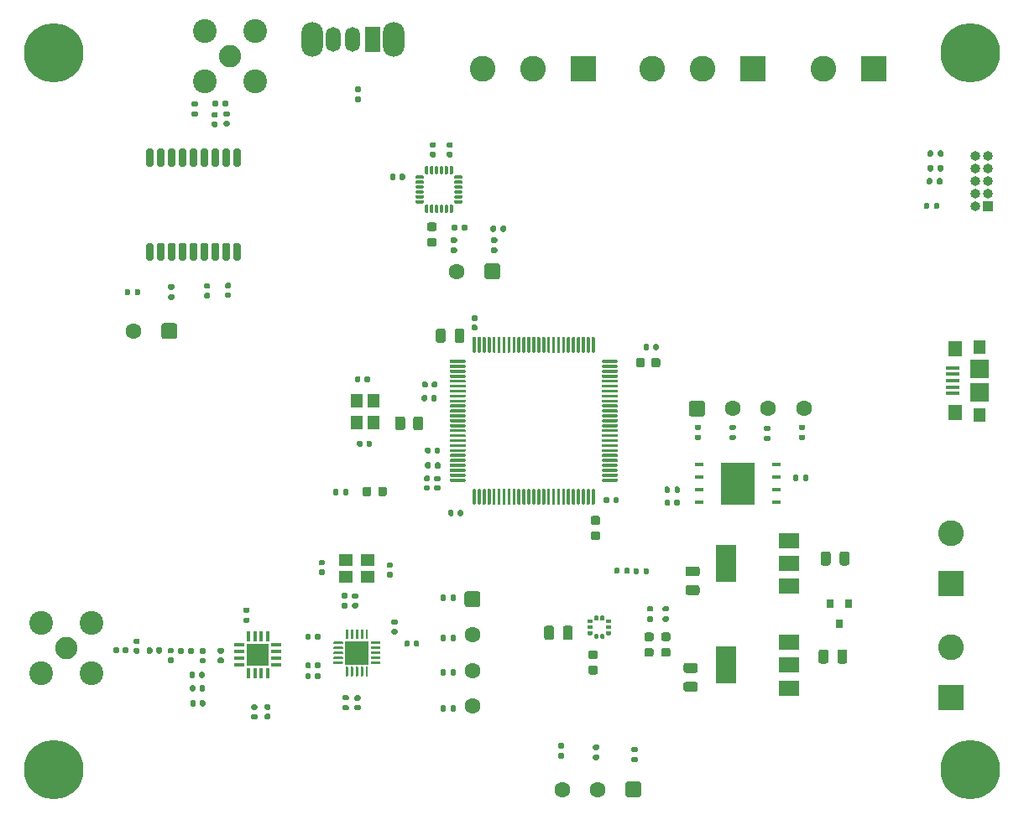
<source format=gbr>
%TF.GenerationSoftware,KiCad,Pcbnew,(5.1.8)-1*%
%TF.CreationDate,2021-01-18T01:00:06-05:00*%
%TF.ProjectId,Mercury,4d657263-7572-4792-9e6b-696361645f70,rev?*%
%TF.SameCoordinates,Original*%
%TF.FileFunction,Soldermask,Top*%
%TF.FilePolarity,Negative*%
%FSLAX46Y46*%
G04 Gerber Fmt 4.6, Leading zero omitted, Abs format (unit mm)*
G04 Created by KiCad (PCBNEW (5.1.8)-1) date 2021-01-18 01:00:06*
%MOMM*%
%LPD*%
G01*
G04 APERTURE LIST*
%ADD10C,1.600000*%
%ADD11R,1.350000X0.400000*%
%ADD12R,1.400000X1.600000*%
%ADD13R,1.300000X1.450000*%
%ADD14R,1.900000X1.900000*%
%ADD15R,2.600000X2.600000*%
%ADD16C,2.600000*%
%ADD17C,6.000000*%
%ADD18C,0.800000*%
%ADD19O,1.000000X1.000000*%
%ADD20R,1.000000X1.000000*%
%ADD21C,2.250000*%
%ADD22C,2.400000*%
%ADD23R,0.800000X0.900000*%
%ADD24O,2.200000X3.500000*%
%ADD25O,1.500000X2.500000*%
%ADD26R,1.500000X2.500000*%
%ADD27R,2.000000X1.500000*%
%ADD28R,2.000000X3.800000*%
%ADD29R,3.400000X4.300000*%
%ADD30R,0.940000X0.440000*%
%ADD31R,2.400000X2.400000*%
%ADD32R,2.160000X2.160000*%
%ADD33R,0.990000X0.340000*%
%ADD34R,0.340000X0.990000*%
%ADD35R,1.200000X1.400000*%
%ADD36R,1.400000X1.200000*%
G04 APERTURE END LIST*
%TO.C,U1*%
G36*
G01*
X60451500Y-50881000D02*
X60451500Y-49431000D01*
G75*
G02*
X60526500Y-49356000I75000J0D01*
G01*
X60676500Y-49356000D01*
G75*
G02*
X60751500Y-49431000I0J-75000D01*
G01*
X60751500Y-50881000D01*
G75*
G02*
X60676500Y-50956000I-75000J0D01*
G01*
X60526500Y-50956000D01*
G75*
G02*
X60451500Y-50881000I0J75000D01*
G01*
G37*
G36*
G01*
X60951500Y-50881000D02*
X60951500Y-49431000D01*
G75*
G02*
X61026500Y-49356000I75000J0D01*
G01*
X61176500Y-49356000D01*
G75*
G02*
X61251500Y-49431000I0J-75000D01*
G01*
X61251500Y-50881000D01*
G75*
G02*
X61176500Y-50956000I-75000J0D01*
G01*
X61026500Y-50956000D01*
G75*
G02*
X60951500Y-50881000I0J75000D01*
G01*
G37*
G36*
G01*
X61451500Y-50881000D02*
X61451500Y-49431000D01*
G75*
G02*
X61526500Y-49356000I75000J0D01*
G01*
X61676500Y-49356000D01*
G75*
G02*
X61751500Y-49431000I0J-75000D01*
G01*
X61751500Y-50881000D01*
G75*
G02*
X61676500Y-50956000I-75000J0D01*
G01*
X61526500Y-50956000D01*
G75*
G02*
X61451500Y-50881000I0J75000D01*
G01*
G37*
G36*
G01*
X61951500Y-50881000D02*
X61951500Y-49431000D01*
G75*
G02*
X62026500Y-49356000I75000J0D01*
G01*
X62176500Y-49356000D01*
G75*
G02*
X62251500Y-49431000I0J-75000D01*
G01*
X62251500Y-50881000D01*
G75*
G02*
X62176500Y-50956000I-75000J0D01*
G01*
X62026500Y-50956000D01*
G75*
G02*
X61951500Y-50881000I0J75000D01*
G01*
G37*
G36*
G01*
X62451500Y-50881000D02*
X62451500Y-49431000D01*
G75*
G02*
X62526500Y-49356000I75000J0D01*
G01*
X62676500Y-49356000D01*
G75*
G02*
X62751500Y-49431000I0J-75000D01*
G01*
X62751500Y-50881000D01*
G75*
G02*
X62676500Y-50956000I-75000J0D01*
G01*
X62526500Y-50956000D01*
G75*
G02*
X62451500Y-50881000I0J75000D01*
G01*
G37*
G36*
G01*
X62951500Y-50881000D02*
X62951500Y-49431000D01*
G75*
G02*
X63026500Y-49356000I75000J0D01*
G01*
X63176500Y-49356000D01*
G75*
G02*
X63251500Y-49431000I0J-75000D01*
G01*
X63251500Y-50881000D01*
G75*
G02*
X63176500Y-50956000I-75000J0D01*
G01*
X63026500Y-50956000D01*
G75*
G02*
X62951500Y-50881000I0J75000D01*
G01*
G37*
G36*
G01*
X63451500Y-50881000D02*
X63451500Y-49431000D01*
G75*
G02*
X63526500Y-49356000I75000J0D01*
G01*
X63676500Y-49356000D01*
G75*
G02*
X63751500Y-49431000I0J-75000D01*
G01*
X63751500Y-50881000D01*
G75*
G02*
X63676500Y-50956000I-75000J0D01*
G01*
X63526500Y-50956000D01*
G75*
G02*
X63451500Y-50881000I0J75000D01*
G01*
G37*
G36*
G01*
X63951500Y-50881000D02*
X63951500Y-49431000D01*
G75*
G02*
X64026500Y-49356000I75000J0D01*
G01*
X64176500Y-49356000D01*
G75*
G02*
X64251500Y-49431000I0J-75000D01*
G01*
X64251500Y-50881000D01*
G75*
G02*
X64176500Y-50956000I-75000J0D01*
G01*
X64026500Y-50956000D01*
G75*
G02*
X63951500Y-50881000I0J75000D01*
G01*
G37*
G36*
G01*
X64451500Y-50881000D02*
X64451500Y-49431000D01*
G75*
G02*
X64526500Y-49356000I75000J0D01*
G01*
X64676500Y-49356000D01*
G75*
G02*
X64751500Y-49431000I0J-75000D01*
G01*
X64751500Y-50881000D01*
G75*
G02*
X64676500Y-50956000I-75000J0D01*
G01*
X64526500Y-50956000D01*
G75*
G02*
X64451500Y-50881000I0J75000D01*
G01*
G37*
G36*
G01*
X64951500Y-50881000D02*
X64951500Y-49431000D01*
G75*
G02*
X65026500Y-49356000I75000J0D01*
G01*
X65176500Y-49356000D01*
G75*
G02*
X65251500Y-49431000I0J-75000D01*
G01*
X65251500Y-50881000D01*
G75*
G02*
X65176500Y-50956000I-75000J0D01*
G01*
X65026500Y-50956000D01*
G75*
G02*
X64951500Y-50881000I0J75000D01*
G01*
G37*
G36*
G01*
X65451500Y-50881000D02*
X65451500Y-49431000D01*
G75*
G02*
X65526500Y-49356000I75000J0D01*
G01*
X65676500Y-49356000D01*
G75*
G02*
X65751500Y-49431000I0J-75000D01*
G01*
X65751500Y-50881000D01*
G75*
G02*
X65676500Y-50956000I-75000J0D01*
G01*
X65526500Y-50956000D01*
G75*
G02*
X65451500Y-50881000I0J75000D01*
G01*
G37*
G36*
G01*
X65951500Y-50881000D02*
X65951500Y-49431000D01*
G75*
G02*
X66026500Y-49356000I75000J0D01*
G01*
X66176500Y-49356000D01*
G75*
G02*
X66251500Y-49431000I0J-75000D01*
G01*
X66251500Y-50881000D01*
G75*
G02*
X66176500Y-50956000I-75000J0D01*
G01*
X66026500Y-50956000D01*
G75*
G02*
X65951500Y-50881000I0J75000D01*
G01*
G37*
G36*
G01*
X66451500Y-50881000D02*
X66451500Y-49431000D01*
G75*
G02*
X66526500Y-49356000I75000J0D01*
G01*
X66676500Y-49356000D01*
G75*
G02*
X66751500Y-49431000I0J-75000D01*
G01*
X66751500Y-50881000D01*
G75*
G02*
X66676500Y-50956000I-75000J0D01*
G01*
X66526500Y-50956000D01*
G75*
G02*
X66451500Y-50881000I0J75000D01*
G01*
G37*
G36*
G01*
X66951500Y-50881000D02*
X66951500Y-49431000D01*
G75*
G02*
X67026500Y-49356000I75000J0D01*
G01*
X67176500Y-49356000D01*
G75*
G02*
X67251500Y-49431000I0J-75000D01*
G01*
X67251500Y-50881000D01*
G75*
G02*
X67176500Y-50956000I-75000J0D01*
G01*
X67026500Y-50956000D01*
G75*
G02*
X66951500Y-50881000I0J75000D01*
G01*
G37*
G36*
G01*
X67451500Y-50881000D02*
X67451500Y-49431000D01*
G75*
G02*
X67526500Y-49356000I75000J0D01*
G01*
X67676500Y-49356000D01*
G75*
G02*
X67751500Y-49431000I0J-75000D01*
G01*
X67751500Y-50881000D01*
G75*
G02*
X67676500Y-50956000I-75000J0D01*
G01*
X67526500Y-50956000D01*
G75*
G02*
X67451500Y-50881000I0J75000D01*
G01*
G37*
G36*
G01*
X67951500Y-50881000D02*
X67951500Y-49431000D01*
G75*
G02*
X68026500Y-49356000I75000J0D01*
G01*
X68176500Y-49356000D01*
G75*
G02*
X68251500Y-49431000I0J-75000D01*
G01*
X68251500Y-50881000D01*
G75*
G02*
X68176500Y-50956000I-75000J0D01*
G01*
X68026500Y-50956000D01*
G75*
G02*
X67951500Y-50881000I0J75000D01*
G01*
G37*
G36*
G01*
X68451500Y-50881000D02*
X68451500Y-49431000D01*
G75*
G02*
X68526500Y-49356000I75000J0D01*
G01*
X68676500Y-49356000D01*
G75*
G02*
X68751500Y-49431000I0J-75000D01*
G01*
X68751500Y-50881000D01*
G75*
G02*
X68676500Y-50956000I-75000J0D01*
G01*
X68526500Y-50956000D01*
G75*
G02*
X68451500Y-50881000I0J75000D01*
G01*
G37*
G36*
G01*
X68951500Y-50881000D02*
X68951500Y-49431000D01*
G75*
G02*
X69026500Y-49356000I75000J0D01*
G01*
X69176500Y-49356000D01*
G75*
G02*
X69251500Y-49431000I0J-75000D01*
G01*
X69251500Y-50881000D01*
G75*
G02*
X69176500Y-50956000I-75000J0D01*
G01*
X69026500Y-50956000D01*
G75*
G02*
X68951500Y-50881000I0J75000D01*
G01*
G37*
G36*
G01*
X69451500Y-50881000D02*
X69451500Y-49431000D01*
G75*
G02*
X69526500Y-49356000I75000J0D01*
G01*
X69676500Y-49356000D01*
G75*
G02*
X69751500Y-49431000I0J-75000D01*
G01*
X69751500Y-50881000D01*
G75*
G02*
X69676500Y-50956000I-75000J0D01*
G01*
X69526500Y-50956000D01*
G75*
G02*
X69451500Y-50881000I0J75000D01*
G01*
G37*
G36*
G01*
X69951500Y-50881000D02*
X69951500Y-49431000D01*
G75*
G02*
X70026500Y-49356000I75000J0D01*
G01*
X70176500Y-49356000D01*
G75*
G02*
X70251500Y-49431000I0J-75000D01*
G01*
X70251500Y-50881000D01*
G75*
G02*
X70176500Y-50956000I-75000J0D01*
G01*
X70026500Y-50956000D01*
G75*
G02*
X69951500Y-50881000I0J75000D01*
G01*
G37*
G36*
G01*
X70451500Y-50881000D02*
X70451500Y-49431000D01*
G75*
G02*
X70526500Y-49356000I75000J0D01*
G01*
X70676500Y-49356000D01*
G75*
G02*
X70751500Y-49431000I0J-75000D01*
G01*
X70751500Y-50881000D01*
G75*
G02*
X70676500Y-50956000I-75000J0D01*
G01*
X70526500Y-50956000D01*
G75*
G02*
X70451500Y-50881000I0J75000D01*
G01*
G37*
G36*
G01*
X70951500Y-50881000D02*
X70951500Y-49431000D01*
G75*
G02*
X71026500Y-49356000I75000J0D01*
G01*
X71176500Y-49356000D01*
G75*
G02*
X71251500Y-49431000I0J-75000D01*
G01*
X71251500Y-50881000D01*
G75*
G02*
X71176500Y-50956000I-75000J0D01*
G01*
X71026500Y-50956000D01*
G75*
G02*
X70951500Y-50881000I0J75000D01*
G01*
G37*
G36*
G01*
X71451500Y-50881000D02*
X71451500Y-49431000D01*
G75*
G02*
X71526500Y-49356000I75000J0D01*
G01*
X71676500Y-49356000D01*
G75*
G02*
X71751500Y-49431000I0J-75000D01*
G01*
X71751500Y-50881000D01*
G75*
G02*
X71676500Y-50956000I-75000J0D01*
G01*
X71526500Y-50956000D01*
G75*
G02*
X71451500Y-50881000I0J75000D01*
G01*
G37*
G36*
G01*
X71951500Y-50881000D02*
X71951500Y-49431000D01*
G75*
G02*
X72026500Y-49356000I75000J0D01*
G01*
X72176500Y-49356000D01*
G75*
G02*
X72251500Y-49431000I0J-75000D01*
G01*
X72251500Y-50881000D01*
G75*
G02*
X72176500Y-50956000I-75000J0D01*
G01*
X72026500Y-50956000D01*
G75*
G02*
X71951500Y-50881000I0J75000D01*
G01*
G37*
G36*
G01*
X72451500Y-50881000D02*
X72451500Y-49431000D01*
G75*
G02*
X72526500Y-49356000I75000J0D01*
G01*
X72676500Y-49356000D01*
G75*
G02*
X72751500Y-49431000I0J-75000D01*
G01*
X72751500Y-50881000D01*
G75*
G02*
X72676500Y-50956000I-75000J0D01*
G01*
X72526500Y-50956000D01*
G75*
G02*
X72451500Y-50881000I0J75000D01*
G01*
G37*
G36*
G01*
X73476500Y-51906000D02*
X73476500Y-51756000D01*
G75*
G02*
X73551500Y-51681000I75000J0D01*
G01*
X75001500Y-51681000D01*
G75*
G02*
X75076500Y-51756000I0J-75000D01*
G01*
X75076500Y-51906000D01*
G75*
G02*
X75001500Y-51981000I-75000J0D01*
G01*
X73551500Y-51981000D01*
G75*
G02*
X73476500Y-51906000I0J75000D01*
G01*
G37*
G36*
G01*
X73476500Y-52406000D02*
X73476500Y-52256000D01*
G75*
G02*
X73551500Y-52181000I75000J0D01*
G01*
X75001500Y-52181000D01*
G75*
G02*
X75076500Y-52256000I0J-75000D01*
G01*
X75076500Y-52406000D01*
G75*
G02*
X75001500Y-52481000I-75000J0D01*
G01*
X73551500Y-52481000D01*
G75*
G02*
X73476500Y-52406000I0J75000D01*
G01*
G37*
G36*
G01*
X73476500Y-52906000D02*
X73476500Y-52756000D01*
G75*
G02*
X73551500Y-52681000I75000J0D01*
G01*
X75001500Y-52681000D01*
G75*
G02*
X75076500Y-52756000I0J-75000D01*
G01*
X75076500Y-52906000D01*
G75*
G02*
X75001500Y-52981000I-75000J0D01*
G01*
X73551500Y-52981000D01*
G75*
G02*
X73476500Y-52906000I0J75000D01*
G01*
G37*
G36*
G01*
X73476500Y-53406000D02*
X73476500Y-53256000D01*
G75*
G02*
X73551500Y-53181000I75000J0D01*
G01*
X75001500Y-53181000D01*
G75*
G02*
X75076500Y-53256000I0J-75000D01*
G01*
X75076500Y-53406000D01*
G75*
G02*
X75001500Y-53481000I-75000J0D01*
G01*
X73551500Y-53481000D01*
G75*
G02*
X73476500Y-53406000I0J75000D01*
G01*
G37*
G36*
G01*
X73476500Y-53906000D02*
X73476500Y-53756000D01*
G75*
G02*
X73551500Y-53681000I75000J0D01*
G01*
X75001500Y-53681000D01*
G75*
G02*
X75076500Y-53756000I0J-75000D01*
G01*
X75076500Y-53906000D01*
G75*
G02*
X75001500Y-53981000I-75000J0D01*
G01*
X73551500Y-53981000D01*
G75*
G02*
X73476500Y-53906000I0J75000D01*
G01*
G37*
G36*
G01*
X73476500Y-54406000D02*
X73476500Y-54256000D01*
G75*
G02*
X73551500Y-54181000I75000J0D01*
G01*
X75001500Y-54181000D01*
G75*
G02*
X75076500Y-54256000I0J-75000D01*
G01*
X75076500Y-54406000D01*
G75*
G02*
X75001500Y-54481000I-75000J0D01*
G01*
X73551500Y-54481000D01*
G75*
G02*
X73476500Y-54406000I0J75000D01*
G01*
G37*
G36*
G01*
X73476500Y-54906000D02*
X73476500Y-54756000D01*
G75*
G02*
X73551500Y-54681000I75000J0D01*
G01*
X75001500Y-54681000D01*
G75*
G02*
X75076500Y-54756000I0J-75000D01*
G01*
X75076500Y-54906000D01*
G75*
G02*
X75001500Y-54981000I-75000J0D01*
G01*
X73551500Y-54981000D01*
G75*
G02*
X73476500Y-54906000I0J75000D01*
G01*
G37*
G36*
G01*
X73476500Y-55406000D02*
X73476500Y-55256000D01*
G75*
G02*
X73551500Y-55181000I75000J0D01*
G01*
X75001500Y-55181000D01*
G75*
G02*
X75076500Y-55256000I0J-75000D01*
G01*
X75076500Y-55406000D01*
G75*
G02*
X75001500Y-55481000I-75000J0D01*
G01*
X73551500Y-55481000D01*
G75*
G02*
X73476500Y-55406000I0J75000D01*
G01*
G37*
G36*
G01*
X73476500Y-55906000D02*
X73476500Y-55756000D01*
G75*
G02*
X73551500Y-55681000I75000J0D01*
G01*
X75001500Y-55681000D01*
G75*
G02*
X75076500Y-55756000I0J-75000D01*
G01*
X75076500Y-55906000D01*
G75*
G02*
X75001500Y-55981000I-75000J0D01*
G01*
X73551500Y-55981000D01*
G75*
G02*
X73476500Y-55906000I0J75000D01*
G01*
G37*
G36*
G01*
X73476500Y-56406000D02*
X73476500Y-56256000D01*
G75*
G02*
X73551500Y-56181000I75000J0D01*
G01*
X75001500Y-56181000D01*
G75*
G02*
X75076500Y-56256000I0J-75000D01*
G01*
X75076500Y-56406000D01*
G75*
G02*
X75001500Y-56481000I-75000J0D01*
G01*
X73551500Y-56481000D01*
G75*
G02*
X73476500Y-56406000I0J75000D01*
G01*
G37*
G36*
G01*
X73476500Y-56906000D02*
X73476500Y-56756000D01*
G75*
G02*
X73551500Y-56681000I75000J0D01*
G01*
X75001500Y-56681000D01*
G75*
G02*
X75076500Y-56756000I0J-75000D01*
G01*
X75076500Y-56906000D01*
G75*
G02*
X75001500Y-56981000I-75000J0D01*
G01*
X73551500Y-56981000D01*
G75*
G02*
X73476500Y-56906000I0J75000D01*
G01*
G37*
G36*
G01*
X73476500Y-57406000D02*
X73476500Y-57256000D01*
G75*
G02*
X73551500Y-57181000I75000J0D01*
G01*
X75001500Y-57181000D01*
G75*
G02*
X75076500Y-57256000I0J-75000D01*
G01*
X75076500Y-57406000D01*
G75*
G02*
X75001500Y-57481000I-75000J0D01*
G01*
X73551500Y-57481000D01*
G75*
G02*
X73476500Y-57406000I0J75000D01*
G01*
G37*
G36*
G01*
X73476500Y-57906000D02*
X73476500Y-57756000D01*
G75*
G02*
X73551500Y-57681000I75000J0D01*
G01*
X75001500Y-57681000D01*
G75*
G02*
X75076500Y-57756000I0J-75000D01*
G01*
X75076500Y-57906000D01*
G75*
G02*
X75001500Y-57981000I-75000J0D01*
G01*
X73551500Y-57981000D01*
G75*
G02*
X73476500Y-57906000I0J75000D01*
G01*
G37*
G36*
G01*
X73476500Y-58406000D02*
X73476500Y-58256000D01*
G75*
G02*
X73551500Y-58181000I75000J0D01*
G01*
X75001500Y-58181000D01*
G75*
G02*
X75076500Y-58256000I0J-75000D01*
G01*
X75076500Y-58406000D01*
G75*
G02*
X75001500Y-58481000I-75000J0D01*
G01*
X73551500Y-58481000D01*
G75*
G02*
X73476500Y-58406000I0J75000D01*
G01*
G37*
G36*
G01*
X73476500Y-58906000D02*
X73476500Y-58756000D01*
G75*
G02*
X73551500Y-58681000I75000J0D01*
G01*
X75001500Y-58681000D01*
G75*
G02*
X75076500Y-58756000I0J-75000D01*
G01*
X75076500Y-58906000D01*
G75*
G02*
X75001500Y-58981000I-75000J0D01*
G01*
X73551500Y-58981000D01*
G75*
G02*
X73476500Y-58906000I0J75000D01*
G01*
G37*
G36*
G01*
X73476500Y-59406000D02*
X73476500Y-59256000D01*
G75*
G02*
X73551500Y-59181000I75000J0D01*
G01*
X75001500Y-59181000D01*
G75*
G02*
X75076500Y-59256000I0J-75000D01*
G01*
X75076500Y-59406000D01*
G75*
G02*
X75001500Y-59481000I-75000J0D01*
G01*
X73551500Y-59481000D01*
G75*
G02*
X73476500Y-59406000I0J75000D01*
G01*
G37*
G36*
G01*
X73476500Y-59906000D02*
X73476500Y-59756000D01*
G75*
G02*
X73551500Y-59681000I75000J0D01*
G01*
X75001500Y-59681000D01*
G75*
G02*
X75076500Y-59756000I0J-75000D01*
G01*
X75076500Y-59906000D01*
G75*
G02*
X75001500Y-59981000I-75000J0D01*
G01*
X73551500Y-59981000D01*
G75*
G02*
X73476500Y-59906000I0J75000D01*
G01*
G37*
G36*
G01*
X73476500Y-60406000D02*
X73476500Y-60256000D01*
G75*
G02*
X73551500Y-60181000I75000J0D01*
G01*
X75001500Y-60181000D01*
G75*
G02*
X75076500Y-60256000I0J-75000D01*
G01*
X75076500Y-60406000D01*
G75*
G02*
X75001500Y-60481000I-75000J0D01*
G01*
X73551500Y-60481000D01*
G75*
G02*
X73476500Y-60406000I0J75000D01*
G01*
G37*
G36*
G01*
X73476500Y-60906000D02*
X73476500Y-60756000D01*
G75*
G02*
X73551500Y-60681000I75000J0D01*
G01*
X75001500Y-60681000D01*
G75*
G02*
X75076500Y-60756000I0J-75000D01*
G01*
X75076500Y-60906000D01*
G75*
G02*
X75001500Y-60981000I-75000J0D01*
G01*
X73551500Y-60981000D01*
G75*
G02*
X73476500Y-60906000I0J75000D01*
G01*
G37*
G36*
G01*
X73476500Y-61406000D02*
X73476500Y-61256000D01*
G75*
G02*
X73551500Y-61181000I75000J0D01*
G01*
X75001500Y-61181000D01*
G75*
G02*
X75076500Y-61256000I0J-75000D01*
G01*
X75076500Y-61406000D01*
G75*
G02*
X75001500Y-61481000I-75000J0D01*
G01*
X73551500Y-61481000D01*
G75*
G02*
X73476500Y-61406000I0J75000D01*
G01*
G37*
G36*
G01*
X73476500Y-61906000D02*
X73476500Y-61756000D01*
G75*
G02*
X73551500Y-61681000I75000J0D01*
G01*
X75001500Y-61681000D01*
G75*
G02*
X75076500Y-61756000I0J-75000D01*
G01*
X75076500Y-61906000D01*
G75*
G02*
X75001500Y-61981000I-75000J0D01*
G01*
X73551500Y-61981000D01*
G75*
G02*
X73476500Y-61906000I0J75000D01*
G01*
G37*
G36*
G01*
X73476500Y-62406000D02*
X73476500Y-62256000D01*
G75*
G02*
X73551500Y-62181000I75000J0D01*
G01*
X75001500Y-62181000D01*
G75*
G02*
X75076500Y-62256000I0J-75000D01*
G01*
X75076500Y-62406000D01*
G75*
G02*
X75001500Y-62481000I-75000J0D01*
G01*
X73551500Y-62481000D01*
G75*
G02*
X73476500Y-62406000I0J75000D01*
G01*
G37*
G36*
G01*
X73476500Y-62906000D02*
X73476500Y-62756000D01*
G75*
G02*
X73551500Y-62681000I75000J0D01*
G01*
X75001500Y-62681000D01*
G75*
G02*
X75076500Y-62756000I0J-75000D01*
G01*
X75076500Y-62906000D01*
G75*
G02*
X75001500Y-62981000I-75000J0D01*
G01*
X73551500Y-62981000D01*
G75*
G02*
X73476500Y-62906000I0J75000D01*
G01*
G37*
G36*
G01*
X73476500Y-63406000D02*
X73476500Y-63256000D01*
G75*
G02*
X73551500Y-63181000I75000J0D01*
G01*
X75001500Y-63181000D01*
G75*
G02*
X75076500Y-63256000I0J-75000D01*
G01*
X75076500Y-63406000D01*
G75*
G02*
X75001500Y-63481000I-75000J0D01*
G01*
X73551500Y-63481000D01*
G75*
G02*
X73476500Y-63406000I0J75000D01*
G01*
G37*
G36*
G01*
X73476500Y-63906000D02*
X73476500Y-63756000D01*
G75*
G02*
X73551500Y-63681000I75000J0D01*
G01*
X75001500Y-63681000D01*
G75*
G02*
X75076500Y-63756000I0J-75000D01*
G01*
X75076500Y-63906000D01*
G75*
G02*
X75001500Y-63981000I-75000J0D01*
G01*
X73551500Y-63981000D01*
G75*
G02*
X73476500Y-63906000I0J75000D01*
G01*
G37*
G36*
G01*
X72451500Y-66231000D02*
X72451500Y-64781000D01*
G75*
G02*
X72526500Y-64706000I75000J0D01*
G01*
X72676500Y-64706000D01*
G75*
G02*
X72751500Y-64781000I0J-75000D01*
G01*
X72751500Y-66231000D01*
G75*
G02*
X72676500Y-66306000I-75000J0D01*
G01*
X72526500Y-66306000D01*
G75*
G02*
X72451500Y-66231000I0J75000D01*
G01*
G37*
G36*
G01*
X71951500Y-66231000D02*
X71951500Y-64781000D01*
G75*
G02*
X72026500Y-64706000I75000J0D01*
G01*
X72176500Y-64706000D01*
G75*
G02*
X72251500Y-64781000I0J-75000D01*
G01*
X72251500Y-66231000D01*
G75*
G02*
X72176500Y-66306000I-75000J0D01*
G01*
X72026500Y-66306000D01*
G75*
G02*
X71951500Y-66231000I0J75000D01*
G01*
G37*
G36*
G01*
X71451500Y-66231000D02*
X71451500Y-64781000D01*
G75*
G02*
X71526500Y-64706000I75000J0D01*
G01*
X71676500Y-64706000D01*
G75*
G02*
X71751500Y-64781000I0J-75000D01*
G01*
X71751500Y-66231000D01*
G75*
G02*
X71676500Y-66306000I-75000J0D01*
G01*
X71526500Y-66306000D01*
G75*
G02*
X71451500Y-66231000I0J75000D01*
G01*
G37*
G36*
G01*
X70951500Y-66231000D02*
X70951500Y-64781000D01*
G75*
G02*
X71026500Y-64706000I75000J0D01*
G01*
X71176500Y-64706000D01*
G75*
G02*
X71251500Y-64781000I0J-75000D01*
G01*
X71251500Y-66231000D01*
G75*
G02*
X71176500Y-66306000I-75000J0D01*
G01*
X71026500Y-66306000D01*
G75*
G02*
X70951500Y-66231000I0J75000D01*
G01*
G37*
G36*
G01*
X70451500Y-66231000D02*
X70451500Y-64781000D01*
G75*
G02*
X70526500Y-64706000I75000J0D01*
G01*
X70676500Y-64706000D01*
G75*
G02*
X70751500Y-64781000I0J-75000D01*
G01*
X70751500Y-66231000D01*
G75*
G02*
X70676500Y-66306000I-75000J0D01*
G01*
X70526500Y-66306000D01*
G75*
G02*
X70451500Y-66231000I0J75000D01*
G01*
G37*
G36*
G01*
X69951500Y-66231000D02*
X69951500Y-64781000D01*
G75*
G02*
X70026500Y-64706000I75000J0D01*
G01*
X70176500Y-64706000D01*
G75*
G02*
X70251500Y-64781000I0J-75000D01*
G01*
X70251500Y-66231000D01*
G75*
G02*
X70176500Y-66306000I-75000J0D01*
G01*
X70026500Y-66306000D01*
G75*
G02*
X69951500Y-66231000I0J75000D01*
G01*
G37*
G36*
G01*
X69451500Y-66231000D02*
X69451500Y-64781000D01*
G75*
G02*
X69526500Y-64706000I75000J0D01*
G01*
X69676500Y-64706000D01*
G75*
G02*
X69751500Y-64781000I0J-75000D01*
G01*
X69751500Y-66231000D01*
G75*
G02*
X69676500Y-66306000I-75000J0D01*
G01*
X69526500Y-66306000D01*
G75*
G02*
X69451500Y-66231000I0J75000D01*
G01*
G37*
G36*
G01*
X68951500Y-66231000D02*
X68951500Y-64781000D01*
G75*
G02*
X69026500Y-64706000I75000J0D01*
G01*
X69176500Y-64706000D01*
G75*
G02*
X69251500Y-64781000I0J-75000D01*
G01*
X69251500Y-66231000D01*
G75*
G02*
X69176500Y-66306000I-75000J0D01*
G01*
X69026500Y-66306000D01*
G75*
G02*
X68951500Y-66231000I0J75000D01*
G01*
G37*
G36*
G01*
X68451500Y-66231000D02*
X68451500Y-64781000D01*
G75*
G02*
X68526500Y-64706000I75000J0D01*
G01*
X68676500Y-64706000D01*
G75*
G02*
X68751500Y-64781000I0J-75000D01*
G01*
X68751500Y-66231000D01*
G75*
G02*
X68676500Y-66306000I-75000J0D01*
G01*
X68526500Y-66306000D01*
G75*
G02*
X68451500Y-66231000I0J75000D01*
G01*
G37*
G36*
G01*
X67951500Y-66231000D02*
X67951500Y-64781000D01*
G75*
G02*
X68026500Y-64706000I75000J0D01*
G01*
X68176500Y-64706000D01*
G75*
G02*
X68251500Y-64781000I0J-75000D01*
G01*
X68251500Y-66231000D01*
G75*
G02*
X68176500Y-66306000I-75000J0D01*
G01*
X68026500Y-66306000D01*
G75*
G02*
X67951500Y-66231000I0J75000D01*
G01*
G37*
G36*
G01*
X67451500Y-66231000D02*
X67451500Y-64781000D01*
G75*
G02*
X67526500Y-64706000I75000J0D01*
G01*
X67676500Y-64706000D01*
G75*
G02*
X67751500Y-64781000I0J-75000D01*
G01*
X67751500Y-66231000D01*
G75*
G02*
X67676500Y-66306000I-75000J0D01*
G01*
X67526500Y-66306000D01*
G75*
G02*
X67451500Y-66231000I0J75000D01*
G01*
G37*
G36*
G01*
X66951500Y-66231000D02*
X66951500Y-64781000D01*
G75*
G02*
X67026500Y-64706000I75000J0D01*
G01*
X67176500Y-64706000D01*
G75*
G02*
X67251500Y-64781000I0J-75000D01*
G01*
X67251500Y-66231000D01*
G75*
G02*
X67176500Y-66306000I-75000J0D01*
G01*
X67026500Y-66306000D01*
G75*
G02*
X66951500Y-66231000I0J75000D01*
G01*
G37*
G36*
G01*
X66451500Y-66231000D02*
X66451500Y-64781000D01*
G75*
G02*
X66526500Y-64706000I75000J0D01*
G01*
X66676500Y-64706000D01*
G75*
G02*
X66751500Y-64781000I0J-75000D01*
G01*
X66751500Y-66231000D01*
G75*
G02*
X66676500Y-66306000I-75000J0D01*
G01*
X66526500Y-66306000D01*
G75*
G02*
X66451500Y-66231000I0J75000D01*
G01*
G37*
G36*
G01*
X65951500Y-66231000D02*
X65951500Y-64781000D01*
G75*
G02*
X66026500Y-64706000I75000J0D01*
G01*
X66176500Y-64706000D01*
G75*
G02*
X66251500Y-64781000I0J-75000D01*
G01*
X66251500Y-66231000D01*
G75*
G02*
X66176500Y-66306000I-75000J0D01*
G01*
X66026500Y-66306000D01*
G75*
G02*
X65951500Y-66231000I0J75000D01*
G01*
G37*
G36*
G01*
X65451500Y-66231000D02*
X65451500Y-64781000D01*
G75*
G02*
X65526500Y-64706000I75000J0D01*
G01*
X65676500Y-64706000D01*
G75*
G02*
X65751500Y-64781000I0J-75000D01*
G01*
X65751500Y-66231000D01*
G75*
G02*
X65676500Y-66306000I-75000J0D01*
G01*
X65526500Y-66306000D01*
G75*
G02*
X65451500Y-66231000I0J75000D01*
G01*
G37*
G36*
G01*
X64951500Y-66231000D02*
X64951500Y-64781000D01*
G75*
G02*
X65026500Y-64706000I75000J0D01*
G01*
X65176500Y-64706000D01*
G75*
G02*
X65251500Y-64781000I0J-75000D01*
G01*
X65251500Y-66231000D01*
G75*
G02*
X65176500Y-66306000I-75000J0D01*
G01*
X65026500Y-66306000D01*
G75*
G02*
X64951500Y-66231000I0J75000D01*
G01*
G37*
G36*
G01*
X64451500Y-66231000D02*
X64451500Y-64781000D01*
G75*
G02*
X64526500Y-64706000I75000J0D01*
G01*
X64676500Y-64706000D01*
G75*
G02*
X64751500Y-64781000I0J-75000D01*
G01*
X64751500Y-66231000D01*
G75*
G02*
X64676500Y-66306000I-75000J0D01*
G01*
X64526500Y-66306000D01*
G75*
G02*
X64451500Y-66231000I0J75000D01*
G01*
G37*
G36*
G01*
X63951500Y-66231000D02*
X63951500Y-64781000D01*
G75*
G02*
X64026500Y-64706000I75000J0D01*
G01*
X64176500Y-64706000D01*
G75*
G02*
X64251500Y-64781000I0J-75000D01*
G01*
X64251500Y-66231000D01*
G75*
G02*
X64176500Y-66306000I-75000J0D01*
G01*
X64026500Y-66306000D01*
G75*
G02*
X63951500Y-66231000I0J75000D01*
G01*
G37*
G36*
G01*
X63451500Y-66231000D02*
X63451500Y-64781000D01*
G75*
G02*
X63526500Y-64706000I75000J0D01*
G01*
X63676500Y-64706000D01*
G75*
G02*
X63751500Y-64781000I0J-75000D01*
G01*
X63751500Y-66231000D01*
G75*
G02*
X63676500Y-66306000I-75000J0D01*
G01*
X63526500Y-66306000D01*
G75*
G02*
X63451500Y-66231000I0J75000D01*
G01*
G37*
G36*
G01*
X62951500Y-66231000D02*
X62951500Y-64781000D01*
G75*
G02*
X63026500Y-64706000I75000J0D01*
G01*
X63176500Y-64706000D01*
G75*
G02*
X63251500Y-64781000I0J-75000D01*
G01*
X63251500Y-66231000D01*
G75*
G02*
X63176500Y-66306000I-75000J0D01*
G01*
X63026500Y-66306000D01*
G75*
G02*
X62951500Y-66231000I0J75000D01*
G01*
G37*
G36*
G01*
X62451500Y-66231000D02*
X62451500Y-64781000D01*
G75*
G02*
X62526500Y-64706000I75000J0D01*
G01*
X62676500Y-64706000D01*
G75*
G02*
X62751500Y-64781000I0J-75000D01*
G01*
X62751500Y-66231000D01*
G75*
G02*
X62676500Y-66306000I-75000J0D01*
G01*
X62526500Y-66306000D01*
G75*
G02*
X62451500Y-66231000I0J75000D01*
G01*
G37*
G36*
G01*
X61951500Y-66231000D02*
X61951500Y-64781000D01*
G75*
G02*
X62026500Y-64706000I75000J0D01*
G01*
X62176500Y-64706000D01*
G75*
G02*
X62251500Y-64781000I0J-75000D01*
G01*
X62251500Y-66231000D01*
G75*
G02*
X62176500Y-66306000I-75000J0D01*
G01*
X62026500Y-66306000D01*
G75*
G02*
X61951500Y-66231000I0J75000D01*
G01*
G37*
G36*
G01*
X61451500Y-66231000D02*
X61451500Y-64781000D01*
G75*
G02*
X61526500Y-64706000I75000J0D01*
G01*
X61676500Y-64706000D01*
G75*
G02*
X61751500Y-64781000I0J-75000D01*
G01*
X61751500Y-66231000D01*
G75*
G02*
X61676500Y-66306000I-75000J0D01*
G01*
X61526500Y-66306000D01*
G75*
G02*
X61451500Y-66231000I0J75000D01*
G01*
G37*
G36*
G01*
X60951500Y-66231000D02*
X60951500Y-64781000D01*
G75*
G02*
X61026500Y-64706000I75000J0D01*
G01*
X61176500Y-64706000D01*
G75*
G02*
X61251500Y-64781000I0J-75000D01*
G01*
X61251500Y-66231000D01*
G75*
G02*
X61176500Y-66306000I-75000J0D01*
G01*
X61026500Y-66306000D01*
G75*
G02*
X60951500Y-66231000I0J75000D01*
G01*
G37*
G36*
G01*
X60451500Y-66231000D02*
X60451500Y-64781000D01*
G75*
G02*
X60526500Y-64706000I75000J0D01*
G01*
X60676500Y-64706000D01*
G75*
G02*
X60751500Y-64781000I0J-75000D01*
G01*
X60751500Y-66231000D01*
G75*
G02*
X60676500Y-66306000I-75000J0D01*
G01*
X60526500Y-66306000D01*
G75*
G02*
X60451500Y-66231000I0J75000D01*
G01*
G37*
G36*
G01*
X58126500Y-63906000D02*
X58126500Y-63756000D01*
G75*
G02*
X58201500Y-63681000I75000J0D01*
G01*
X59651500Y-63681000D01*
G75*
G02*
X59726500Y-63756000I0J-75000D01*
G01*
X59726500Y-63906000D01*
G75*
G02*
X59651500Y-63981000I-75000J0D01*
G01*
X58201500Y-63981000D01*
G75*
G02*
X58126500Y-63906000I0J75000D01*
G01*
G37*
G36*
G01*
X58126500Y-63406000D02*
X58126500Y-63256000D01*
G75*
G02*
X58201500Y-63181000I75000J0D01*
G01*
X59651500Y-63181000D01*
G75*
G02*
X59726500Y-63256000I0J-75000D01*
G01*
X59726500Y-63406000D01*
G75*
G02*
X59651500Y-63481000I-75000J0D01*
G01*
X58201500Y-63481000D01*
G75*
G02*
X58126500Y-63406000I0J75000D01*
G01*
G37*
G36*
G01*
X58126500Y-62906000D02*
X58126500Y-62756000D01*
G75*
G02*
X58201500Y-62681000I75000J0D01*
G01*
X59651500Y-62681000D01*
G75*
G02*
X59726500Y-62756000I0J-75000D01*
G01*
X59726500Y-62906000D01*
G75*
G02*
X59651500Y-62981000I-75000J0D01*
G01*
X58201500Y-62981000D01*
G75*
G02*
X58126500Y-62906000I0J75000D01*
G01*
G37*
G36*
G01*
X58126500Y-62406000D02*
X58126500Y-62256000D01*
G75*
G02*
X58201500Y-62181000I75000J0D01*
G01*
X59651500Y-62181000D01*
G75*
G02*
X59726500Y-62256000I0J-75000D01*
G01*
X59726500Y-62406000D01*
G75*
G02*
X59651500Y-62481000I-75000J0D01*
G01*
X58201500Y-62481000D01*
G75*
G02*
X58126500Y-62406000I0J75000D01*
G01*
G37*
G36*
G01*
X58126500Y-61906000D02*
X58126500Y-61756000D01*
G75*
G02*
X58201500Y-61681000I75000J0D01*
G01*
X59651500Y-61681000D01*
G75*
G02*
X59726500Y-61756000I0J-75000D01*
G01*
X59726500Y-61906000D01*
G75*
G02*
X59651500Y-61981000I-75000J0D01*
G01*
X58201500Y-61981000D01*
G75*
G02*
X58126500Y-61906000I0J75000D01*
G01*
G37*
G36*
G01*
X58126500Y-61406000D02*
X58126500Y-61256000D01*
G75*
G02*
X58201500Y-61181000I75000J0D01*
G01*
X59651500Y-61181000D01*
G75*
G02*
X59726500Y-61256000I0J-75000D01*
G01*
X59726500Y-61406000D01*
G75*
G02*
X59651500Y-61481000I-75000J0D01*
G01*
X58201500Y-61481000D01*
G75*
G02*
X58126500Y-61406000I0J75000D01*
G01*
G37*
G36*
G01*
X58126500Y-60906000D02*
X58126500Y-60756000D01*
G75*
G02*
X58201500Y-60681000I75000J0D01*
G01*
X59651500Y-60681000D01*
G75*
G02*
X59726500Y-60756000I0J-75000D01*
G01*
X59726500Y-60906000D01*
G75*
G02*
X59651500Y-60981000I-75000J0D01*
G01*
X58201500Y-60981000D01*
G75*
G02*
X58126500Y-60906000I0J75000D01*
G01*
G37*
G36*
G01*
X58126500Y-60406000D02*
X58126500Y-60256000D01*
G75*
G02*
X58201500Y-60181000I75000J0D01*
G01*
X59651500Y-60181000D01*
G75*
G02*
X59726500Y-60256000I0J-75000D01*
G01*
X59726500Y-60406000D01*
G75*
G02*
X59651500Y-60481000I-75000J0D01*
G01*
X58201500Y-60481000D01*
G75*
G02*
X58126500Y-60406000I0J75000D01*
G01*
G37*
G36*
G01*
X58126500Y-59906000D02*
X58126500Y-59756000D01*
G75*
G02*
X58201500Y-59681000I75000J0D01*
G01*
X59651500Y-59681000D01*
G75*
G02*
X59726500Y-59756000I0J-75000D01*
G01*
X59726500Y-59906000D01*
G75*
G02*
X59651500Y-59981000I-75000J0D01*
G01*
X58201500Y-59981000D01*
G75*
G02*
X58126500Y-59906000I0J75000D01*
G01*
G37*
G36*
G01*
X58126500Y-59406000D02*
X58126500Y-59256000D01*
G75*
G02*
X58201500Y-59181000I75000J0D01*
G01*
X59651500Y-59181000D01*
G75*
G02*
X59726500Y-59256000I0J-75000D01*
G01*
X59726500Y-59406000D01*
G75*
G02*
X59651500Y-59481000I-75000J0D01*
G01*
X58201500Y-59481000D01*
G75*
G02*
X58126500Y-59406000I0J75000D01*
G01*
G37*
G36*
G01*
X58126500Y-58906000D02*
X58126500Y-58756000D01*
G75*
G02*
X58201500Y-58681000I75000J0D01*
G01*
X59651500Y-58681000D01*
G75*
G02*
X59726500Y-58756000I0J-75000D01*
G01*
X59726500Y-58906000D01*
G75*
G02*
X59651500Y-58981000I-75000J0D01*
G01*
X58201500Y-58981000D01*
G75*
G02*
X58126500Y-58906000I0J75000D01*
G01*
G37*
G36*
G01*
X58126500Y-58406000D02*
X58126500Y-58256000D01*
G75*
G02*
X58201500Y-58181000I75000J0D01*
G01*
X59651500Y-58181000D01*
G75*
G02*
X59726500Y-58256000I0J-75000D01*
G01*
X59726500Y-58406000D01*
G75*
G02*
X59651500Y-58481000I-75000J0D01*
G01*
X58201500Y-58481000D01*
G75*
G02*
X58126500Y-58406000I0J75000D01*
G01*
G37*
G36*
G01*
X58126500Y-57906000D02*
X58126500Y-57756000D01*
G75*
G02*
X58201500Y-57681000I75000J0D01*
G01*
X59651500Y-57681000D01*
G75*
G02*
X59726500Y-57756000I0J-75000D01*
G01*
X59726500Y-57906000D01*
G75*
G02*
X59651500Y-57981000I-75000J0D01*
G01*
X58201500Y-57981000D01*
G75*
G02*
X58126500Y-57906000I0J75000D01*
G01*
G37*
G36*
G01*
X58126500Y-57406000D02*
X58126500Y-57256000D01*
G75*
G02*
X58201500Y-57181000I75000J0D01*
G01*
X59651500Y-57181000D01*
G75*
G02*
X59726500Y-57256000I0J-75000D01*
G01*
X59726500Y-57406000D01*
G75*
G02*
X59651500Y-57481000I-75000J0D01*
G01*
X58201500Y-57481000D01*
G75*
G02*
X58126500Y-57406000I0J75000D01*
G01*
G37*
G36*
G01*
X58126500Y-56906000D02*
X58126500Y-56756000D01*
G75*
G02*
X58201500Y-56681000I75000J0D01*
G01*
X59651500Y-56681000D01*
G75*
G02*
X59726500Y-56756000I0J-75000D01*
G01*
X59726500Y-56906000D01*
G75*
G02*
X59651500Y-56981000I-75000J0D01*
G01*
X58201500Y-56981000D01*
G75*
G02*
X58126500Y-56906000I0J75000D01*
G01*
G37*
G36*
G01*
X58126500Y-56406000D02*
X58126500Y-56256000D01*
G75*
G02*
X58201500Y-56181000I75000J0D01*
G01*
X59651500Y-56181000D01*
G75*
G02*
X59726500Y-56256000I0J-75000D01*
G01*
X59726500Y-56406000D01*
G75*
G02*
X59651500Y-56481000I-75000J0D01*
G01*
X58201500Y-56481000D01*
G75*
G02*
X58126500Y-56406000I0J75000D01*
G01*
G37*
G36*
G01*
X58126500Y-55906000D02*
X58126500Y-55756000D01*
G75*
G02*
X58201500Y-55681000I75000J0D01*
G01*
X59651500Y-55681000D01*
G75*
G02*
X59726500Y-55756000I0J-75000D01*
G01*
X59726500Y-55906000D01*
G75*
G02*
X59651500Y-55981000I-75000J0D01*
G01*
X58201500Y-55981000D01*
G75*
G02*
X58126500Y-55906000I0J75000D01*
G01*
G37*
G36*
G01*
X58126500Y-55406000D02*
X58126500Y-55256000D01*
G75*
G02*
X58201500Y-55181000I75000J0D01*
G01*
X59651500Y-55181000D01*
G75*
G02*
X59726500Y-55256000I0J-75000D01*
G01*
X59726500Y-55406000D01*
G75*
G02*
X59651500Y-55481000I-75000J0D01*
G01*
X58201500Y-55481000D01*
G75*
G02*
X58126500Y-55406000I0J75000D01*
G01*
G37*
G36*
G01*
X58126500Y-54906000D02*
X58126500Y-54756000D01*
G75*
G02*
X58201500Y-54681000I75000J0D01*
G01*
X59651500Y-54681000D01*
G75*
G02*
X59726500Y-54756000I0J-75000D01*
G01*
X59726500Y-54906000D01*
G75*
G02*
X59651500Y-54981000I-75000J0D01*
G01*
X58201500Y-54981000D01*
G75*
G02*
X58126500Y-54906000I0J75000D01*
G01*
G37*
G36*
G01*
X58126500Y-54406000D02*
X58126500Y-54256000D01*
G75*
G02*
X58201500Y-54181000I75000J0D01*
G01*
X59651500Y-54181000D01*
G75*
G02*
X59726500Y-54256000I0J-75000D01*
G01*
X59726500Y-54406000D01*
G75*
G02*
X59651500Y-54481000I-75000J0D01*
G01*
X58201500Y-54481000D01*
G75*
G02*
X58126500Y-54406000I0J75000D01*
G01*
G37*
G36*
G01*
X58126500Y-53906000D02*
X58126500Y-53756000D01*
G75*
G02*
X58201500Y-53681000I75000J0D01*
G01*
X59651500Y-53681000D01*
G75*
G02*
X59726500Y-53756000I0J-75000D01*
G01*
X59726500Y-53906000D01*
G75*
G02*
X59651500Y-53981000I-75000J0D01*
G01*
X58201500Y-53981000D01*
G75*
G02*
X58126500Y-53906000I0J75000D01*
G01*
G37*
G36*
G01*
X58126500Y-53406000D02*
X58126500Y-53256000D01*
G75*
G02*
X58201500Y-53181000I75000J0D01*
G01*
X59651500Y-53181000D01*
G75*
G02*
X59726500Y-53256000I0J-75000D01*
G01*
X59726500Y-53406000D01*
G75*
G02*
X59651500Y-53481000I-75000J0D01*
G01*
X58201500Y-53481000D01*
G75*
G02*
X58126500Y-53406000I0J75000D01*
G01*
G37*
G36*
G01*
X58126500Y-52906000D02*
X58126500Y-52756000D01*
G75*
G02*
X58201500Y-52681000I75000J0D01*
G01*
X59651500Y-52681000D01*
G75*
G02*
X59726500Y-52756000I0J-75000D01*
G01*
X59726500Y-52906000D01*
G75*
G02*
X59651500Y-52981000I-75000J0D01*
G01*
X58201500Y-52981000D01*
G75*
G02*
X58126500Y-52906000I0J75000D01*
G01*
G37*
G36*
G01*
X58126500Y-52406000D02*
X58126500Y-52256000D01*
G75*
G02*
X58201500Y-52181000I75000J0D01*
G01*
X59651500Y-52181000D01*
G75*
G02*
X59726500Y-52256000I0J-75000D01*
G01*
X59726500Y-52406000D01*
G75*
G02*
X59651500Y-52481000I-75000J0D01*
G01*
X58201500Y-52481000D01*
G75*
G02*
X58126500Y-52406000I0J75000D01*
G01*
G37*
G36*
G01*
X58126500Y-51906000D02*
X58126500Y-51756000D01*
G75*
G02*
X58201500Y-51681000I75000J0D01*
G01*
X59651500Y-51681000D01*
G75*
G02*
X59726500Y-51756000I0J-75000D01*
G01*
X59726500Y-51906000D01*
G75*
G02*
X59651500Y-51981000I-75000J0D01*
G01*
X58201500Y-51981000D01*
G75*
G02*
X58126500Y-51906000I0J75000D01*
G01*
G37*
%TD*%
%TO.C,R15*%
G36*
G01*
X25340000Y-45025000D02*
X25340000Y-44655000D01*
G75*
G02*
X25475000Y-44520000I135000J0D01*
G01*
X25745000Y-44520000D01*
G75*
G02*
X25880000Y-44655000I0J-135000D01*
G01*
X25880000Y-45025000D01*
G75*
G02*
X25745000Y-45160000I-135000J0D01*
G01*
X25475000Y-45160000D01*
G75*
G02*
X25340000Y-45025000I0J135000D01*
G01*
G37*
G36*
G01*
X26360000Y-45025000D02*
X26360000Y-44655000D01*
G75*
G02*
X26495000Y-44520000I135000J0D01*
G01*
X26765000Y-44520000D01*
G75*
G02*
X26900000Y-44655000I0J-135000D01*
G01*
X26900000Y-45025000D01*
G75*
G02*
X26765000Y-45160000I-135000J0D01*
G01*
X26495000Y-45160000D01*
G75*
G02*
X26360000Y-45025000I0J135000D01*
G01*
G37*
%TD*%
%TO.C,J5*%
G36*
G01*
X59870000Y-75040000D02*
X60970000Y-75040000D01*
G75*
G02*
X61220000Y-75290000I0J-250000D01*
G01*
X61220000Y-76390000D01*
G75*
G02*
X60970000Y-76640000I-250000J0D01*
G01*
X59870000Y-76640000D01*
G75*
G02*
X59620000Y-76390000I0J250000D01*
G01*
X59620000Y-75290000D01*
G75*
G02*
X59870000Y-75040000I250000J0D01*
G01*
G37*
D10*
X60420000Y-79440000D03*
X60420000Y-83040000D03*
X60420000Y-86640000D03*
%TD*%
D11*
%TO.C,J7*%
X108895000Y-55080000D03*
X108895000Y-54430000D03*
X108895000Y-53780000D03*
X108895000Y-53130000D03*
X108895000Y-52480000D03*
D12*
X109120000Y-56980000D03*
X109120000Y-50580000D03*
D13*
X111570000Y-57205000D03*
X111570000Y-50355000D03*
D14*
X111570000Y-54930000D03*
X111570000Y-52630000D03*
%TD*%
D15*
%TO.C,J8*%
X108720000Y-74240000D03*
D16*
X108720000Y-69160000D03*
%TD*%
%TO.C,C26*%
G36*
G01*
X72330500Y-81007500D02*
X72830500Y-81007500D01*
G75*
G02*
X73055500Y-81232500I0J-225000D01*
G01*
X73055500Y-81682500D01*
G75*
G02*
X72830500Y-81907500I-225000J0D01*
G01*
X72330500Y-81907500D01*
G75*
G02*
X72105500Y-81682500I0J225000D01*
G01*
X72105500Y-81232500D01*
G75*
G02*
X72330500Y-81007500I225000J0D01*
G01*
G37*
G36*
G01*
X72330500Y-82557500D02*
X72830500Y-82557500D01*
G75*
G02*
X73055500Y-82782500I0J-225000D01*
G01*
X73055500Y-83232500D01*
G75*
G02*
X72830500Y-83457500I-225000J0D01*
G01*
X72330500Y-83457500D01*
G75*
G02*
X72105500Y-83232500I0J225000D01*
G01*
X72105500Y-82782500D01*
G75*
G02*
X72330500Y-82557500I225000J0D01*
G01*
G37*
%TD*%
%TO.C,C25*%
G36*
G01*
X70538000Y-78773000D02*
X70538000Y-79723000D01*
G75*
G02*
X70288000Y-79973000I-250000J0D01*
G01*
X69788000Y-79973000D01*
G75*
G02*
X69538000Y-79723000I0J250000D01*
G01*
X69538000Y-78773000D01*
G75*
G02*
X69788000Y-78523000I250000J0D01*
G01*
X70288000Y-78523000D01*
G75*
G02*
X70538000Y-78773000I0J-250000D01*
G01*
G37*
G36*
G01*
X68638000Y-78773000D02*
X68638000Y-79723000D01*
G75*
G02*
X68388000Y-79973000I-250000J0D01*
G01*
X67888000Y-79973000D01*
G75*
G02*
X67638000Y-79723000I0J250000D01*
G01*
X67638000Y-78773000D01*
G75*
G02*
X67888000Y-78523000I250000J0D01*
G01*
X68388000Y-78523000D01*
G75*
G02*
X68638000Y-78773000I0J-250000D01*
G01*
G37*
%TD*%
%TO.C,U6*%
G36*
G01*
X73015500Y-79876500D02*
X72815500Y-79876500D01*
G75*
G02*
X72715500Y-79776500I0J100000D01*
G01*
X72715500Y-79426500D01*
G75*
G02*
X72815500Y-79326500I100000J0D01*
G01*
X73015500Y-79326500D01*
G75*
G02*
X73115500Y-79426500I0J-100000D01*
G01*
X73115500Y-79776500D01*
G75*
G02*
X73015500Y-79876500I-100000J0D01*
G01*
G37*
G36*
G01*
X73615500Y-79876500D02*
X73415500Y-79876500D01*
G75*
G02*
X73315500Y-79776500I0J100000D01*
G01*
X73315500Y-79426500D01*
G75*
G02*
X73415500Y-79326500I100000J0D01*
G01*
X73615500Y-79326500D01*
G75*
G02*
X73715500Y-79426500I0J-100000D01*
G01*
X73715500Y-79776500D01*
G75*
G02*
X73615500Y-79876500I-100000J0D01*
G01*
G37*
G36*
G01*
X74315500Y-79476500D02*
X73965500Y-79476500D01*
G75*
G02*
X73865500Y-79376500I0J100000D01*
G01*
X73865500Y-79176500D01*
G75*
G02*
X73965500Y-79076500I100000J0D01*
G01*
X74315500Y-79076500D01*
G75*
G02*
X74415500Y-79176500I0J-100000D01*
G01*
X74415500Y-79376500D01*
G75*
G02*
X74315500Y-79476500I-100000J0D01*
G01*
G37*
G36*
G01*
X74315500Y-78876500D02*
X73965500Y-78876500D01*
G75*
G02*
X73865500Y-78776500I0J100000D01*
G01*
X73865500Y-78576500D01*
G75*
G02*
X73965500Y-78476500I100000J0D01*
G01*
X74315500Y-78476500D01*
G75*
G02*
X74415500Y-78576500I0J-100000D01*
G01*
X74415500Y-78776500D01*
G75*
G02*
X74315500Y-78876500I-100000J0D01*
G01*
G37*
G36*
G01*
X74315500Y-78276500D02*
X73965500Y-78276500D01*
G75*
G02*
X73865500Y-78176500I0J100000D01*
G01*
X73865500Y-77976500D01*
G75*
G02*
X73965500Y-77876500I100000J0D01*
G01*
X74315500Y-77876500D01*
G75*
G02*
X74415500Y-77976500I0J-100000D01*
G01*
X74415500Y-78176500D01*
G75*
G02*
X74315500Y-78276500I-100000J0D01*
G01*
G37*
G36*
G01*
X73615500Y-78026500D02*
X73415500Y-78026500D01*
G75*
G02*
X73315500Y-77926500I0J100000D01*
G01*
X73315500Y-77576500D01*
G75*
G02*
X73415500Y-77476500I100000J0D01*
G01*
X73615500Y-77476500D01*
G75*
G02*
X73715500Y-77576500I0J-100000D01*
G01*
X73715500Y-77926500D01*
G75*
G02*
X73615500Y-78026500I-100000J0D01*
G01*
G37*
G36*
G01*
X73015500Y-78026500D02*
X72815500Y-78026500D01*
G75*
G02*
X72715500Y-77926500I0J100000D01*
G01*
X72715500Y-77576500D01*
G75*
G02*
X72815500Y-77476500I100000J0D01*
G01*
X73015500Y-77476500D01*
G75*
G02*
X73115500Y-77576500I0J-100000D01*
G01*
X73115500Y-77926500D01*
G75*
G02*
X73015500Y-78026500I-100000J0D01*
G01*
G37*
G36*
G01*
X72465500Y-78276500D02*
X72115500Y-78276500D01*
G75*
G02*
X72015500Y-78176500I0J100000D01*
G01*
X72015500Y-77976500D01*
G75*
G02*
X72115500Y-77876500I100000J0D01*
G01*
X72465500Y-77876500D01*
G75*
G02*
X72565500Y-77976500I0J-100000D01*
G01*
X72565500Y-78176500D01*
G75*
G02*
X72465500Y-78276500I-100000J0D01*
G01*
G37*
G36*
G01*
X72465500Y-78876500D02*
X72115500Y-78876500D01*
G75*
G02*
X72015500Y-78776500I0J100000D01*
G01*
X72015500Y-78576500D01*
G75*
G02*
X72115500Y-78476500I100000J0D01*
G01*
X72465500Y-78476500D01*
G75*
G02*
X72565500Y-78576500I0J-100000D01*
G01*
X72565500Y-78776500D01*
G75*
G02*
X72465500Y-78876500I-100000J0D01*
G01*
G37*
G36*
G01*
X72465500Y-79476500D02*
X72115500Y-79476500D01*
G75*
G02*
X72015500Y-79376500I0J100000D01*
G01*
X72015500Y-79176500D01*
G75*
G02*
X72115500Y-79076500I100000J0D01*
G01*
X72465500Y-79076500D01*
G75*
G02*
X72565500Y-79176500I0J-100000D01*
G01*
X72565500Y-79376500D01*
G75*
G02*
X72465500Y-79476500I-100000J0D01*
G01*
G37*
%TD*%
%TO.C,J3*%
G36*
G01*
X77444500Y-94509500D02*
X77444500Y-95609500D01*
G75*
G02*
X77194500Y-95859500I-250000J0D01*
G01*
X76094500Y-95859500D01*
G75*
G02*
X75844500Y-95609500I0J250000D01*
G01*
X75844500Y-94509500D01*
G75*
G02*
X76094500Y-94259500I250000J0D01*
G01*
X77194500Y-94259500D01*
G75*
G02*
X77444500Y-94509500I0J-250000D01*
G01*
G37*
D10*
X73044500Y-95059500D03*
X69444500Y-95059500D03*
%TD*%
D17*
%TO.C,H4*%
X110620000Y-20640000D03*
D18*
X108370000Y-20640000D03*
X109029010Y-19049010D03*
X110620000Y-18390000D03*
X112210990Y-19049010D03*
X112870000Y-20640000D03*
X112210990Y-22230990D03*
X110620000Y-22890000D03*
X109029010Y-22230990D03*
%TD*%
%TO.C,J6*%
G36*
G01*
X82260000Y-57160000D02*
X82260000Y-56060000D01*
G75*
G02*
X82510000Y-55810000I250000J0D01*
G01*
X83610000Y-55810000D01*
G75*
G02*
X83860000Y-56060000I0J-250000D01*
G01*
X83860000Y-57160000D01*
G75*
G02*
X83610000Y-57410000I-250000J0D01*
G01*
X82510000Y-57410000D01*
G75*
G02*
X82260000Y-57160000I0J250000D01*
G01*
G37*
D10*
X86660000Y-56610000D03*
X90260000Y-56610000D03*
X93860000Y-56610000D03*
%TD*%
%TO.C,J2*%
G36*
G01*
X63220000Y-42190000D02*
X63220000Y-43290000D01*
G75*
G02*
X62970000Y-43540000I-250000J0D01*
G01*
X61870000Y-43540000D01*
G75*
G02*
X61620000Y-43290000I0J250000D01*
G01*
X61620000Y-42190000D01*
G75*
G02*
X61870000Y-41940000I250000J0D01*
G01*
X62970000Y-41940000D01*
G75*
G02*
X63220000Y-42190000I0J-250000D01*
G01*
G37*
X58820000Y-42740000D03*
%TD*%
D17*
%TO.C,H3*%
X18220000Y-20640000D03*
D18*
X15970000Y-20640000D03*
X16629010Y-19049010D03*
X18220000Y-18390000D03*
X19810990Y-19049010D03*
X20470000Y-20640000D03*
X19810990Y-22230990D03*
X18220000Y-22890000D03*
X16629010Y-22230990D03*
%TD*%
D17*
%TO.C,H2*%
X18220000Y-93040000D03*
D18*
X15970000Y-93040000D03*
X16629010Y-91449010D03*
X18220000Y-90790000D03*
X19810990Y-91449010D03*
X20470000Y-93040000D03*
X19810990Y-94630990D03*
X18220000Y-95290000D03*
X16629010Y-94630990D03*
%TD*%
D17*
%TO.C,H1*%
X110620000Y-93040000D03*
D18*
X108370000Y-93040000D03*
X109029010Y-91449010D03*
X110620000Y-90790000D03*
X112210990Y-91449010D03*
X112870000Y-93040000D03*
X112210990Y-94630990D03*
X110620000Y-95290000D03*
X109029010Y-94630990D03*
%TD*%
%TO.C,J4*%
G36*
G01*
X30645000Y-48218000D02*
X30645000Y-49318000D01*
G75*
G02*
X30395000Y-49568000I-250000J0D01*
G01*
X29295000Y-49568000D01*
G75*
G02*
X29045000Y-49318000I0J250000D01*
G01*
X29045000Y-48218000D01*
G75*
G02*
X29295000Y-47968000I250000J0D01*
G01*
X30395000Y-47968000D01*
G75*
G02*
X30645000Y-48218000I0J-250000D01*
G01*
G37*
D10*
X26245000Y-48768000D03*
%TD*%
%TO.C,C23*%
G36*
G01*
X81320000Y-65933500D02*
X81320000Y-66273500D01*
G75*
G02*
X81180000Y-66413500I-140000J0D01*
G01*
X80900000Y-66413500D01*
G75*
G02*
X80760000Y-66273500I0J140000D01*
G01*
X80760000Y-65933500D01*
G75*
G02*
X80900000Y-65793500I140000J0D01*
G01*
X81180000Y-65793500D01*
G75*
G02*
X81320000Y-65933500I0J-140000D01*
G01*
G37*
G36*
G01*
X80360000Y-65933500D02*
X80360000Y-66273500D01*
G75*
G02*
X80220000Y-66413500I-140000J0D01*
G01*
X79940000Y-66413500D01*
G75*
G02*
X79800000Y-66273500I0J140000D01*
G01*
X79800000Y-65933500D01*
G75*
G02*
X79940000Y-65793500I140000J0D01*
G01*
X80220000Y-65793500D01*
G75*
G02*
X80360000Y-65933500I0J-140000D01*
G01*
G37*
%TD*%
%TO.C,C21*%
G36*
G01*
X58290000Y-31220000D02*
X57950000Y-31220000D01*
G75*
G02*
X57810000Y-31080000I0J140000D01*
G01*
X57810000Y-30800000D01*
G75*
G02*
X57950000Y-30660000I140000J0D01*
G01*
X58290000Y-30660000D01*
G75*
G02*
X58430000Y-30800000I0J-140000D01*
G01*
X58430000Y-31080000D01*
G75*
G02*
X58290000Y-31220000I-140000J0D01*
G01*
G37*
G36*
G01*
X58290000Y-30260000D02*
X57950000Y-30260000D01*
G75*
G02*
X57810000Y-30120000I0J140000D01*
G01*
X57810000Y-29840000D01*
G75*
G02*
X57950000Y-29700000I140000J0D01*
G01*
X58290000Y-29700000D01*
G75*
G02*
X58430000Y-29840000I0J-140000D01*
G01*
X58430000Y-30120000D01*
G75*
G02*
X58290000Y-30260000I-140000J0D01*
G01*
G37*
%TD*%
%TO.C,C20*%
G36*
G01*
X53611500Y-33033000D02*
X53611500Y-33373000D01*
G75*
G02*
X53471500Y-33513000I-140000J0D01*
G01*
X53191500Y-33513000D01*
G75*
G02*
X53051500Y-33373000I0J140000D01*
G01*
X53051500Y-33033000D01*
G75*
G02*
X53191500Y-32893000I140000J0D01*
G01*
X53471500Y-32893000D01*
G75*
G02*
X53611500Y-33033000I0J-140000D01*
G01*
G37*
G36*
G01*
X52651500Y-33033000D02*
X52651500Y-33373000D01*
G75*
G02*
X52511500Y-33513000I-140000J0D01*
G01*
X52231500Y-33513000D01*
G75*
G02*
X52091500Y-33373000I0J140000D01*
G01*
X52091500Y-33033000D01*
G75*
G02*
X52231500Y-32893000I140000J0D01*
G01*
X52511500Y-32893000D01*
G75*
G02*
X52651500Y-33033000I0J-140000D01*
G01*
G37*
%TD*%
%TO.C,C19*%
G36*
G01*
X56590000Y-31220000D02*
X56250000Y-31220000D01*
G75*
G02*
X56110000Y-31080000I0J140000D01*
G01*
X56110000Y-30800000D01*
G75*
G02*
X56250000Y-30660000I140000J0D01*
G01*
X56590000Y-30660000D01*
G75*
G02*
X56730000Y-30800000I0J-140000D01*
G01*
X56730000Y-31080000D01*
G75*
G02*
X56590000Y-31220000I-140000J0D01*
G01*
G37*
G36*
G01*
X56590000Y-30260000D02*
X56250000Y-30260000D01*
G75*
G02*
X56110000Y-30120000I0J140000D01*
G01*
X56110000Y-29840000D01*
G75*
G02*
X56250000Y-29700000I140000J0D01*
G01*
X56590000Y-29700000D01*
G75*
G02*
X56730000Y-29840000I0J-140000D01*
G01*
X56730000Y-30120000D01*
G75*
G02*
X56590000Y-30260000I-140000J0D01*
G01*
G37*
%TD*%
%TO.C,C8*%
G36*
G01*
X77680000Y-50560000D02*
X77680000Y-50220000D01*
G75*
G02*
X77820000Y-50080000I140000J0D01*
G01*
X78100000Y-50080000D01*
G75*
G02*
X78240000Y-50220000I0J-140000D01*
G01*
X78240000Y-50560000D01*
G75*
G02*
X78100000Y-50700000I-140000J0D01*
G01*
X77820000Y-50700000D01*
G75*
G02*
X77680000Y-50560000I0J140000D01*
G01*
G37*
G36*
G01*
X78640000Y-50560000D02*
X78640000Y-50220000D01*
G75*
G02*
X78780000Y-50080000I140000J0D01*
G01*
X79060000Y-50080000D01*
G75*
G02*
X79200000Y-50220000I0J-140000D01*
G01*
X79200000Y-50560000D01*
G75*
G02*
X79060000Y-50700000I-140000J0D01*
G01*
X78780000Y-50700000D01*
G75*
G02*
X78640000Y-50560000I0J140000D01*
G01*
G37*
%TD*%
%TO.C,C7*%
G36*
G01*
X73660000Y-66010000D02*
X73660000Y-65670000D01*
G75*
G02*
X73800000Y-65530000I140000J0D01*
G01*
X74080000Y-65530000D01*
G75*
G02*
X74220000Y-65670000I0J-140000D01*
G01*
X74220000Y-66010000D01*
G75*
G02*
X74080000Y-66150000I-140000J0D01*
G01*
X73800000Y-66150000D01*
G75*
G02*
X73660000Y-66010000I0J140000D01*
G01*
G37*
G36*
G01*
X74620000Y-66010000D02*
X74620000Y-65670000D01*
G75*
G02*
X74760000Y-65530000I140000J0D01*
G01*
X75040000Y-65530000D01*
G75*
G02*
X75180000Y-65670000I0J-140000D01*
G01*
X75180000Y-66010000D01*
G75*
G02*
X75040000Y-66150000I-140000J0D01*
G01*
X74760000Y-66150000D01*
G75*
G02*
X74620000Y-66010000I0J140000D01*
G01*
G37*
%TD*%
%TO.C,C6*%
G36*
G01*
X56880000Y-54010000D02*
X56880000Y-54350000D01*
G75*
G02*
X56740000Y-54490000I-140000J0D01*
G01*
X56460000Y-54490000D01*
G75*
G02*
X56320000Y-54350000I0J140000D01*
G01*
X56320000Y-54010000D01*
G75*
G02*
X56460000Y-53870000I140000J0D01*
G01*
X56740000Y-53870000D01*
G75*
G02*
X56880000Y-54010000I0J-140000D01*
G01*
G37*
G36*
G01*
X55920000Y-54010000D02*
X55920000Y-54350000D01*
G75*
G02*
X55780000Y-54490000I-140000J0D01*
G01*
X55500000Y-54490000D01*
G75*
G02*
X55360000Y-54350000I0J140000D01*
G01*
X55360000Y-54010000D01*
G75*
G02*
X55500000Y-53870000I140000J0D01*
G01*
X55780000Y-53870000D01*
G75*
G02*
X55920000Y-54010000I0J-140000D01*
G01*
G37*
%TD*%
%TO.C,C5*%
G36*
G01*
X56820500Y-55375000D02*
X56820500Y-55715000D01*
G75*
G02*
X56680500Y-55855000I-140000J0D01*
G01*
X56400500Y-55855000D01*
G75*
G02*
X56260500Y-55715000I0J140000D01*
G01*
X56260500Y-55375000D01*
G75*
G02*
X56400500Y-55235000I140000J0D01*
G01*
X56680500Y-55235000D01*
G75*
G02*
X56820500Y-55375000I0J-140000D01*
G01*
G37*
G36*
G01*
X55860500Y-55375000D02*
X55860500Y-55715000D01*
G75*
G02*
X55720500Y-55855000I-140000J0D01*
G01*
X55440500Y-55855000D01*
G75*
G02*
X55300500Y-55715000I0J140000D01*
G01*
X55300500Y-55375000D01*
G75*
G02*
X55440500Y-55235000I140000J0D01*
G01*
X55720500Y-55235000D01*
G75*
G02*
X55860500Y-55375000I0J-140000D01*
G01*
G37*
%TD*%
%TO.C,C4*%
G36*
G01*
X60790000Y-48700000D02*
X60450000Y-48700000D01*
G75*
G02*
X60310000Y-48560000I0J140000D01*
G01*
X60310000Y-48280000D01*
G75*
G02*
X60450000Y-48140000I140000J0D01*
G01*
X60790000Y-48140000D01*
G75*
G02*
X60930000Y-48280000I0J-140000D01*
G01*
X60930000Y-48560000D01*
G75*
G02*
X60790000Y-48700000I-140000J0D01*
G01*
G37*
G36*
G01*
X60790000Y-47740000D02*
X60450000Y-47740000D01*
G75*
G02*
X60310000Y-47600000I0J140000D01*
G01*
X60310000Y-47320000D01*
G75*
G02*
X60450000Y-47180000I140000J0D01*
G01*
X60790000Y-47180000D01*
G75*
G02*
X60930000Y-47320000I0J-140000D01*
G01*
X60930000Y-47600000D01*
G75*
G02*
X60790000Y-47740000I-140000J0D01*
G01*
G37*
%TD*%
%TO.C,C3*%
G36*
G01*
X59480000Y-66970000D02*
X59480000Y-67310000D01*
G75*
G02*
X59340000Y-67450000I-140000J0D01*
G01*
X59060000Y-67450000D01*
G75*
G02*
X58920000Y-67310000I0J140000D01*
G01*
X58920000Y-66970000D01*
G75*
G02*
X59060000Y-66830000I140000J0D01*
G01*
X59340000Y-66830000D01*
G75*
G02*
X59480000Y-66970000I0J-140000D01*
G01*
G37*
G36*
G01*
X58520000Y-66970000D02*
X58520000Y-67310000D01*
G75*
G02*
X58380000Y-67450000I-140000J0D01*
G01*
X58100000Y-67450000D01*
G75*
G02*
X57960000Y-67310000I0J140000D01*
G01*
X57960000Y-66970000D01*
G75*
G02*
X58100000Y-66830000I140000J0D01*
G01*
X58380000Y-66830000D01*
G75*
G02*
X58520000Y-66970000I0J-140000D01*
G01*
G37*
%TD*%
%TO.C,C2*%
G36*
G01*
X57160000Y-60670000D02*
X57160000Y-61010000D01*
G75*
G02*
X57020000Y-61150000I-140000J0D01*
G01*
X56740000Y-61150000D01*
G75*
G02*
X56600000Y-61010000I0J140000D01*
G01*
X56600000Y-60670000D01*
G75*
G02*
X56740000Y-60530000I140000J0D01*
G01*
X57020000Y-60530000D01*
G75*
G02*
X57160000Y-60670000I0J-140000D01*
G01*
G37*
G36*
G01*
X56200000Y-60670000D02*
X56200000Y-61010000D01*
G75*
G02*
X56060000Y-61150000I-140000J0D01*
G01*
X55780000Y-61150000D01*
G75*
G02*
X55640000Y-61010000I0J140000D01*
G01*
X55640000Y-60670000D01*
G75*
G02*
X55780000Y-60530000I140000J0D01*
G01*
X56060000Y-60530000D01*
G75*
G02*
X56200000Y-60670000I0J-140000D01*
G01*
G37*
%TD*%
%TO.C,C1*%
G36*
G01*
X57720000Y-48765000D02*
X57720000Y-49715000D01*
G75*
G02*
X57470000Y-49965000I-250000J0D01*
G01*
X56970000Y-49965000D01*
G75*
G02*
X56720000Y-49715000I0J250000D01*
G01*
X56720000Y-48765000D01*
G75*
G02*
X56970000Y-48515000I250000J0D01*
G01*
X57470000Y-48515000D01*
G75*
G02*
X57720000Y-48765000I0J-250000D01*
G01*
G37*
G36*
G01*
X59620000Y-48765000D02*
X59620000Y-49715000D01*
G75*
G02*
X59370000Y-49965000I-250000J0D01*
G01*
X58870000Y-49965000D01*
G75*
G02*
X58620000Y-49715000I0J250000D01*
G01*
X58620000Y-48765000D01*
G75*
G02*
X58870000Y-48515000I250000J0D01*
G01*
X59370000Y-48515000D01*
G75*
G02*
X59620000Y-48765000I0J-250000D01*
G01*
G37*
%TD*%
%TO.C,C9*%
G36*
G01*
X56709000Y-64345500D02*
X57049000Y-64345500D01*
G75*
G02*
X57189000Y-64485500I0J-140000D01*
G01*
X57189000Y-64765500D01*
G75*
G02*
X57049000Y-64905500I-140000J0D01*
G01*
X56709000Y-64905500D01*
G75*
G02*
X56569000Y-64765500I0J140000D01*
G01*
X56569000Y-64485500D01*
G75*
G02*
X56709000Y-64345500I140000J0D01*
G01*
G37*
G36*
G01*
X56709000Y-63385500D02*
X57049000Y-63385500D01*
G75*
G02*
X57189000Y-63525500I0J-140000D01*
G01*
X57189000Y-63805500D01*
G75*
G02*
X57049000Y-63945500I-140000J0D01*
G01*
X56709000Y-63945500D01*
G75*
G02*
X56569000Y-63805500I0J140000D01*
G01*
X56569000Y-63525500D01*
G75*
G02*
X56709000Y-63385500I140000J0D01*
G01*
G37*
%TD*%
%TO.C,C10*%
G36*
G01*
X55650000Y-64340000D02*
X55990000Y-64340000D01*
G75*
G02*
X56130000Y-64480000I0J-140000D01*
G01*
X56130000Y-64760000D01*
G75*
G02*
X55990000Y-64900000I-140000J0D01*
G01*
X55650000Y-64900000D01*
G75*
G02*
X55510000Y-64760000I0J140000D01*
G01*
X55510000Y-64480000D01*
G75*
G02*
X55650000Y-64340000I140000J0D01*
G01*
G37*
G36*
G01*
X55650000Y-63380000D02*
X55990000Y-63380000D01*
G75*
G02*
X56130000Y-63520000I0J-140000D01*
G01*
X56130000Y-63800000D01*
G75*
G02*
X55990000Y-63940000I-140000J0D01*
G01*
X55650000Y-63940000D01*
G75*
G02*
X55510000Y-63800000I0J140000D01*
G01*
X55510000Y-63520000D01*
G75*
G02*
X55650000Y-63380000I140000J0D01*
G01*
G37*
%TD*%
%TO.C,C11*%
G36*
G01*
X72570000Y-67440000D02*
X73070000Y-67440000D01*
G75*
G02*
X73295000Y-67665000I0J-225000D01*
G01*
X73295000Y-68115000D01*
G75*
G02*
X73070000Y-68340000I-225000J0D01*
G01*
X72570000Y-68340000D01*
G75*
G02*
X72345000Y-68115000I0J225000D01*
G01*
X72345000Y-67665000D01*
G75*
G02*
X72570000Y-67440000I225000J0D01*
G01*
G37*
G36*
G01*
X72570000Y-68990000D02*
X73070000Y-68990000D01*
G75*
G02*
X73295000Y-69215000I0J-225000D01*
G01*
X73295000Y-69665000D01*
G75*
G02*
X73070000Y-69890000I-225000J0D01*
G01*
X72570000Y-69890000D01*
G75*
G02*
X72345000Y-69665000I0J225000D01*
G01*
X72345000Y-69215000D01*
G75*
G02*
X72570000Y-68990000I225000J0D01*
G01*
G37*
%TD*%
%TO.C,C12*%
G36*
G01*
X78455000Y-52210000D02*
X78455000Y-51710000D01*
G75*
G02*
X78680000Y-51485000I225000J0D01*
G01*
X79130000Y-51485000D01*
G75*
G02*
X79355000Y-51710000I0J-225000D01*
G01*
X79355000Y-52210000D01*
G75*
G02*
X79130000Y-52435000I-225000J0D01*
G01*
X78680000Y-52435000D01*
G75*
G02*
X78455000Y-52210000I0J225000D01*
G01*
G37*
G36*
G01*
X76905000Y-52210000D02*
X76905000Y-51710000D01*
G75*
G02*
X77130000Y-51485000I225000J0D01*
G01*
X77580000Y-51485000D01*
G75*
G02*
X77805000Y-51710000I0J-225000D01*
G01*
X77805000Y-52210000D01*
G75*
G02*
X77580000Y-52435000I-225000J0D01*
G01*
X77130000Y-52435000D01*
G75*
G02*
X76905000Y-52210000I0J225000D01*
G01*
G37*
%TD*%
%TO.C,C13*%
G36*
G01*
X49520000Y-53810000D02*
X49520000Y-53470000D01*
G75*
G02*
X49660000Y-53330000I140000J0D01*
G01*
X49940000Y-53330000D01*
G75*
G02*
X50080000Y-53470000I0J-140000D01*
G01*
X50080000Y-53810000D01*
G75*
G02*
X49940000Y-53950000I-140000J0D01*
G01*
X49660000Y-53950000D01*
G75*
G02*
X49520000Y-53810000I0J140000D01*
G01*
G37*
G36*
G01*
X48560000Y-53810000D02*
X48560000Y-53470000D01*
G75*
G02*
X48700000Y-53330000I140000J0D01*
G01*
X48980000Y-53330000D01*
G75*
G02*
X49120000Y-53470000I0J-140000D01*
G01*
X49120000Y-53810000D01*
G75*
G02*
X48980000Y-53950000I-140000J0D01*
G01*
X48700000Y-53950000D01*
G75*
G02*
X48560000Y-53810000I0J140000D01*
G01*
G37*
%TD*%
%TO.C,C14*%
G36*
G01*
X50280000Y-59970000D02*
X50280000Y-60310000D01*
G75*
G02*
X50140000Y-60450000I-140000J0D01*
G01*
X49860000Y-60450000D01*
G75*
G02*
X49720000Y-60310000I0J140000D01*
G01*
X49720000Y-59970000D01*
G75*
G02*
X49860000Y-59830000I140000J0D01*
G01*
X50140000Y-59830000D01*
G75*
G02*
X50280000Y-59970000I0J-140000D01*
G01*
G37*
G36*
G01*
X49320000Y-59970000D02*
X49320000Y-60310000D01*
G75*
G02*
X49180000Y-60450000I-140000J0D01*
G01*
X48900000Y-60450000D01*
G75*
G02*
X48760000Y-60310000I0J140000D01*
G01*
X48760000Y-59970000D01*
G75*
G02*
X48900000Y-59830000I140000J0D01*
G01*
X49180000Y-59830000D01*
G75*
G02*
X49320000Y-59970000I0J-140000D01*
G01*
G37*
%TD*%
%TO.C,C15*%
G36*
G01*
X95320000Y-82115000D02*
X95320000Y-81165000D01*
G75*
G02*
X95570000Y-80915000I250000J0D01*
G01*
X96070000Y-80915000D01*
G75*
G02*
X96320000Y-81165000I0J-250000D01*
G01*
X96320000Y-82115000D01*
G75*
G02*
X96070000Y-82365000I-250000J0D01*
G01*
X95570000Y-82365000D01*
G75*
G02*
X95320000Y-82115000I0J250000D01*
G01*
G37*
G36*
G01*
X97220000Y-82115000D02*
X97220000Y-81165000D01*
G75*
G02*
X97470000Y-80915000I250000J0D01*
G01*
X97970000Y-80915000D01*
G75*
G02*
X98220000Y-81165000I0J-250000D01*
G01*
X98220000Y-82115000D01*
G75*
G02*
X97970000Y-82365000I-250000J0D01*
G01*
X97470000Y-82365000D01*
G75*
G02*
X97220000Y-82115000I0J250000D01*
G01*
G37*
%TD*%
%TO.C,C16*%
G36*
G01*
X82145000Y-74440000D02*
X83095000Y-74440000D01*
G75*
G02*
X83345000Y-74690000I0J-250000D01*
G01*
X83345000Y-75190000D01*
G75*
G02*
X83095000Y-75440000I-250000J0D01*
G01*
X82145000Y-75440000D01*
G75*
G02*
X81895000Y-75190000I0J250000D01*
G01*
X81895000Y-74690000D01*
G75*
G02*
X82145000Y-74440000I250000J0D01*
G01*
G37*
G36*
G01*
X82145000Y-72540000D02*
X83095000Y-72540000D01*
G75*
G02*
X83345000Y-72790000I0J-250000D01*
G01*
X83345000Y-73290000D01*
G75*
G02*
X83095000Y-73540000I-250000J0D01*
G01*
X82145000Y-73540000D01*
G75*
G02*
X81895000Y-73290000I0J250000D01*
G01*
X81895000Y-72790000D01*
G75*
G02*
X82145000Y-72540000I250000J0D01*
G01*
G37*
%TD*%
%TO.C,C17*%
G36*
G01*
X97440000Y-72205000D02*
X97440000Y-71255000D01*
G75*
G02*
X97690000Y-71005000I250000J0D01*
G01*
X98190000Y-71005000D01*
G75*
G02*
X98440000Y-71255000I0J-250000D01*
G01*
X98440000Y-72205000D01*
G75*
G02*
X98190000Y-72455000I-250000J0D01*
G01*
X97690000Y-72455000D01*
G75*
G02*
X97440000Y-72205000I0J250000D01*
G01*
G37*
G36*
G01*
X95540000Y-72205000D02*
X95540000Y-71255000D01*
G75*
G02*
X95790000Y-71005000I250000J0D01*
G01*
X96290000Y-71005000D01*
G75*
G02*
X96540000Y-71255000I0J-250000D01*
G01*
X96540000Y-72205000D01*
G75*
G02*
X96290000Y-72455000I-250000J0D01*
G01*
X95790000Y-72455000D01*
G75*
G02*
X95540000Y-72205000I0J250000D01*
G01*
G37*
%TD*%
%TO.C,C18*%
G36*
G01*
X81945000Y-82290000D02*
X82895000Y-82290000D01*
G75*
G02*
X83145000Y-82540000I0J-250000D01*
G01*
X83145000Y-83040000D01*
G75*
G02*
X82895000Y-83290000I-250000J0D01*
G01*
X81945000Y-83290000D01*
G75*
G02*
X81695000Y-83040000I0J250000D01*
G01*
X81695000Y-82540000D01*
G75*
G02*
X81945000Y-82290000I250000J0D01*
G01*
G37*
G36*
G01*
X81945000Y-84190000D02*
X82895000Y-84190000D01*
G75*
G02*
X83145000Y-84440000I0J-250000D01*
G01*
X83145000Y-84940000D01*
G75*
G02*
X82895000Y-85190000I-250000J0D01*
G01*
X81945000Y-85190000D01*
G75*
G02*
X81695000Y-84940000I0J250000D01*
G01*
X81695000Y-84440000D01*
G75*
G02*
X81945000Y-84190000I250000J0D01*
G01*
G37*
%TD*%
%TO.C,C22*%
G36*
G01*
X56070000Y-39340000D02*
X56570000Y-39340000D01*
G75*
G02*
X56795000Y-39565000I0J-225000D01*
G01*
X56795000Y-40015000D01*
G75*
G02*
X56570000Y-40240000I-225000J0D01*
G01*
X56070000Y-40240000D01*
G75*
G02*
X55845000Y-40015000I0J225000D01*
G01*
X55845000Y-39565000D01*
G75*
G02*
X56070000Y-39340000I225000J0D01*
G01*
G37*
G36*
G01*
X56070000Y-37790000D02*
X56570000Y-37790000D01*
G75*
G02*
X56795000Y-38015000I0J-225000D01*
G01*
X56795000Y-38465000D01*
G75*
G02*
X56570000Y-38690000I-225000J0D01*
G01*
X56070000Y-38690000D01*
G75*
G02*
X55845000Y-38465000I0J225000D01*
G01*
X55845000Y-38015000D01*
G75*
G02*
X56070000Y-37790000I225000J0D01*
G01*
G37*
%TD*%
%TO.C,C27*%
G36*
G01*
X54490000Y-80500000D02*
X54490000Y-80160000D01*
G75*
G02*
X54630000Y-80020000I140000J0D01*
G01*
X54910000Y-80020000D01*
G75*
G02*
X55050000Y-80160000I0J-140000D01*
G01*
X55050000Y-80500000D01*
G75*
G02*
X54910000Y-80640000I-140000J0D01*
G01*
X54630000Y-80640000D01*
G75*
G02*
X54490000Y-80500000I0J140000D01*
G01*
G37*
G36*
G01*
X53530000Y-80500000D02*
X53530000Y-80160000D01*
G75*
G02*
X53670000Y-80020000I140000J0D01*
G01*
X53950000Y-80020000D01*
G75*
G02*
X54090000Y-80160000I0J-140000D01*
G01*
X54090000Y-80500000D01*
G75*
G02*
X53950000Y-80640000I-140000J0D01*
G01*
X53670000Y-80640000D01*
G75*
G02*
X53530000Y-80500000I0J140000D01*
G01*
G37*
%TD*%
%TO.C,C28*%
G36*
G01*
X48650000Y-85560000D02*
X48990000Y-85560000D01*
G75*
G02*
X49130000Y-85700000I0J-140000D01*
G01*
X49130000Y-85980000D01*
G75*
G02*
X48990000Y-86120000I-140000J0D01*
G01*
X48650000Y-86120000D01*
G75*
G02*
X48510000Y-85980000I0J140000D01*
G01*
X48510000Y-85700000D01*
G75*
G02*
X48650000Y-85560000I140000J0D01*
G01*
G37*
G36*
G01*
X48650000Y-86520000D02*
X48990000Y-86520000D01*
G75*
G02*
X49130000Y-86660000I0J-140000D01*
G01*
X49130000Y-86940000D01*
G75*
G02*
X48990000Y-87080000I-140000J0D01*
G01*
X48650000Y-87080000D01*
G75*
G02*
X48510000Y-86940000I0J140000D01*
G01*
X48510000Y-86660000D01*
G75*
G02*
X48650000Y-86520000I140000J0D01*
G01*
G37*
%TD*%
%TO.C,C29*%
G36*
G01*
X44123000Y-83451500D02*
X44123000Y-83791500D01*
G75*
G02*
X43983000Y-83931500I-140000J0D01*
G01*
X43703000Y-83931500D01*
G75*
G02*
X43563000Y-83791500I0J140000D01*
G01*
X43563000Y-83451500D01*
G75*
G02*
X43703000Y-83311500I140000J0D01*
G01*
X43983000Y-83311500D01*
G75*
G02*
X44123000Y-83451500I0J-140000D01*
G01*
G37*
G36*
G01*
X45083000Y-83451500D02*
X45083000Y-83791500D01*
G75*
G02*
X44943000Y-83931500I-140000J0D01*
G01*
X44663000Y-83931500D01*
G75*
G02*
X44523000Y-83791500I0J140000D01*
G01*
X44523000Y-83451500D01*
G75*
G02*
X44663000Y-83311500I140000J0D01*
G01*
X44943000Y-83311500D01*
G75*
G02*
X45083000Y-83451500I0J-140000D01*
G01*
G37*
%TD*%
%TO.C,C30*%
G36*
G01*
X45083000Y-82372000D02*
X45083000Y-82712000D01*
G75*
G02*
X44943000Y-82852000I-140000J0D01*
G01*
X44663000Y-82852000D01*
G75*
G02*
X44523000Y-82712000I0J140000D01*
G01*
X44523000Y-82372000D01*
G75*
G02*
X44663000Y-82232000I140000J0D01*
G01*
X44943000Y-82232000D01*
G75*
G02*
X45083000Y-82372000I0J-140000D01*
G01*
G37*
G36*
G01*
X44123000Y-82372000D02*
X44123000Y-82712000D01*
G75*
G02*
X43983000Y-82852000I-140000J0D01*
G01*
X43703000Y-82852000D01*
G75*
G02*
X43563000Y-82712000I0J140000D01*
G01*
X43563000Y-82372000D01*
G75*
G02*
X43703000Y-82232000I140000J0D01*
G01*
X43983000Y-82232000D01*
G75*
G02*
X44123000Y-82372000I0J-140000D01*
G01*
G37*
%TD*%
%TO.C,C31*%
G36*
G01*
X44123000Y-79470000D02*
X44123000Y-79810000D01*
G75*
G02*
X43983000Y-79950000I-140000J0D01*
G01*
X43703000Y-79950000D01*
G75*
G02*
X43563000Y-79810000I0J140000D01*
G01*
X43563000Y-79470000D01*
G75*
G02*
X43703000Y-79330000I140000J0D01*
G01*
X43983000Y-79330000D01*
G75*
G02*
X44123000Y-79470000I0J-140000D01*
G01*
G37*
G36*
G01*
X45083000Y-79470000D02*
X45083000Y-79810000D01*
G75*
G02*
X44943000Y-79950000I-140000J0D01*
G01*
X44663000Y-79950000D01*
G75*
G02*
X44523000Y-79810000I0J140000D01*
G01*
X44523000Y-79470000D01*
G75*
G02*
X44663000Y-79330000I140000J0D01*
G01*
X44943000Y-79330000D01*
G75*
G02*
X45083000Y-79470000I0J-140000D01*
G01*
G37*
%TD*%
%TO.C,C32*%
G36*
G01*
X48747500Y-76769500D02*
X48407500Y-76769500D01*
G75*
G02*
X48267500Y-76629500I0J140000D01*
G01*
X48267500Y-76349500D01*
G75*
G02*
X48407500Y-76209500I140000J0D01*
G01*
X48747500Y-76209500D01*
G75*
G02*
X48887500Y-76349500I0J-140000D01*
G01*
X48887500Y-76629500D01*
G75*
G02*
X48747500Y-76769500I-140000J0D01*
G01*
G37*
G36*
G01*
X48747500Y-75809500D02*
X48407500Y-75809500D01*
G75*
G02*
X48267500Y-75669500I0J140000D01*
G01*
X48267500Y-75389500D01*
G75*
G02*
X48407500Y-75249500I140000J0D01*
G01*
X48747500Y-75249500D01*
G75*
G02*
X48887500Y-75389500I0J-140000D01*
G01*
X48887500Y-75669500D01*
G75*
G02*
X48747500Y-75809500I-140000J0D01*
G01*
G37*
%TD*%
%TO.C,C33*%
G36*
G01*
X52710000Y-79410000D02*
X52370000Y-79410000D01*
G75*
G02*
X52230000Y-79270000I0J140000D01*
G01*
X52230000Y-78990000D01*
G75*
G02*
X52370000Y-78850000I140000J0D01*
G01*
X52710000Y-78850000D01*
G75*
G02*
X52850000Y-78990000I0J-140000D01*
G01*
X52850000Y-79270000D01*
G75*
G02*
X52710000Y-79410000I-140000J0D01*
G01*
G37*
G36*
G01*
X52710000Y-78450000D02*
X52370000Y-78450000D01*
G75*
G02*
X52230000Y-78310000I0J140000D01*
G01*
X52230000Y-78030000D01*
G75*
G02*
X52370000Y-77890000I140000J0D01*
G01*
X52710000Y-77890000D01*
G75*
G02*
X52850000Y-78030000I0J-140000D01*
G01*
X52850000Y-78310000D01*
G75*
G02*
X52710000Y-78450000I-140000J0D01*
G01*
G37*
%TD*%
%TO.C,C34*%
G36*
G01*
X51900000Y-73098000D02*
X52240000Y-73098000D01*
G75*
G02*
X52380000Y-73238000I0J-140000D01*
G01*
X52380000Y-73518000D01*
G75*
G02*
X52240000Y-73658000I-140000J0D01*
G01*
X51900000Y-73658000D01*
G75*
G02*
X51760000Y-73518000I0J140000D01*
G01*
X51760000Y-73238000D01*
G75*
G02*
X51900000Y-73098000I140000J0D01*
G01*
G37*
G36*
G01*
X51900000Y-72138000D02*
X52240000Y-72138000D01*
G75*
G02*
X52380000Y-72278000I0J-140000D01*
G01*
X52380000Y-72558000D01*
G75*
G02*
X52240000Y-72698000I-140000J0D01*
G01*
X51900000Y-72698000D01*
G75*
G02*
X51760000Y-72558000I0J140000D01*
G01*
X51760000Y-72278000D01*
G75*
G02*
X51900000Y-72138000I140000J0D01*
G01*
G37*
%TD*%
%TO.C,C35*%
G36*
G01*
X45382000Y-73404000D02*
X45042000Y-73404000D01*
G75*
G02*
X44902000Y-73264000I0J140000D01*
G01*
X44902000Y-72984000D01*
G75*
G02*
X45042000Y-72844000I140000J0D01*
G01*
X45382000Y-72844000D01*
G75*
G02*
X45522000Y-72984000I0J-140000D01*
G01*
X45522000Y-73264000D01*
G75*
G02*
X45382000Y-73404000I-140000J0D01*
G01*
G37*
G36*
G01*
X45382000Y-72444000D02*
X45042000Y-72444000D01*
G75*
G02*
X44902000Y-72304000I0J140000D01*
G01*
X44902000Y-72024000D01*
G75*
G02*
X45042000Y-71884000I140000J0D01*
G01*
X45382000Y-71884000D01*
G75*
G02*
X45522000Y-72024000I0J-140000D01*
G01*
X45522000Y-72304000D01*
G75*
G02*
X45382000Y-72444000I-140000J0D01*
G01*
G37*
%TD*%
%TO.C,C36*%
G36*
G01*
X38250000Y-87440000D02*
X38590000Y-87440000D01*
G75*
G02*
X38730000Y-87580000I0J-140000D01*
G01*
X38730000Y-87860000D01*
G75*
G02*
X38590000Y-88000000I-140000J0D01*
G01*
X38250000Y-88000000D01*
G75*
G02*
X38110000Y-87860000I0J140000D01*
G01*
X38110000Y-87580000D01*
G75*
G02*
X38250000Y-87440000I140000J0D01*
G01*
G37*
G36*
G01*
X38250000Y-86480000D02*
X38590000Y-86480000D01*
G75*
G02*
X38730000Y-86620000I0J-140000D01*
G01*
X38730000Y-86900000D01*
G75*
G02*
X38590000Y-87040000I-140000J0D01*
G01*
X38250000Y-87040000D01*
G75*
G02*
X38110000Y-86900000I0J140000D01*
G01*
X38110000Y-86620000D01*
G75*
G02*
X38250000Y-86480000I140000J0D01*
G01*
G37*
%TD*%
%TO.C,C37*%
G36*
G01*
X39581000Y-86453500D02*
X39921000Y-86453500D01*
G75*
G02*
X40061000Y-86593500I0J-140000D01*
G01*
X40061000Y-86873500D01*
G75*
G02*
X39921000Y-87013500I-140000J0D01*
G01*
X39581000Y-87013500D01*
G75*
G02*
X39441000Y-86873500I0J140000D01*
G01*
X39441000Y-86593500D01*
G75*
G02*
X39581000Y-86453500I140000J0D01*
G01*
G37*
G36*
G01*
X39581000Y-87413500D02*
X39921000Y-87413500D01*
G75*
G02*
X40061000Y-87553500I0J-140000D01*
G01*
X40061000Y-87833500D01*
G75*
G02*
X39921000Y-87973500I-140000J0D01*
G01*
X39581000Y-87973500D01*
G75*
G02*
X39441000Y-87833500I0J140000D01*
G01*
X39441000Y-87553500D01*
G75*
G02*
X39581000Y-87413500I140000J0D01*
G01*
G37*
%TD*%
%TO.C,C38*%
G36*
G01*
X32502500Y-86190000D02*
X32502500Y-86530000D01*
G75*
G02*
X32362500Y-86670000I-140000J0D01*
G01*
X32082500Y-86670000D01*
G75*
G02*
X31942500Y-86530000I0J140000D01*
G01*
X31942500Y-86190000D01*
G75*
G02*
X32082500Y-86050000I140000J0D01*
G01*
X32362500Y-86050000D01*
G75*
G02*
X32502500Y-86190000I0J-140000D01*
G01*
G37*
G36*
G01*
X33462500Y-86190000D02*
X33462500Y-86530000D01*
G75*
G02*
X33322500Y-86670000I-140000J0D01*
G01*
X33042500Y-86670000D01*
G75*
G02*
X32902500Y-86530000I0J140000D01*
G01*
X32902500Y-86190000D01*
G75*
G02*
X33042500Y-86050000I140000J0D01*
G01*
X33322500Y-86050000D01*
G75*
G02*
X33462500Y-86190000I0J-140000D01*
G01*
G37*
%TD*%
%TO.C,C39*%
G36*
G01*
X33434500Y-84666000D02*
X33434500Y-85006000D01*
G75*
G02*
X33294500Y-85146000I-140000J0D01*
G01*
X33014500Y-85146000D01*
G75*
G02*
X32874500Y-85006000I0J140000D01*
G01*
X32874500Y-84666000D01*
G75*
G02*
X33014500Y-84526000I140000J0D01*
G01*
X33294500Y-84526000D01*
G75*
G02*
X33434500Y-84666000I0J-140000D01*
G01*
G37*
G36*
G01*
X32474500Y-84666000D02*
X32474500Y-85006000D01*
G75*
G02*
X32334500Y-85146000I-140000J0D01*
G01*
X32054500Y-85146000D01*
G75*
G02*
X31914500Y-85006000I0J140000D01*
G01*
X31914500Y-84666000D01*
G75*
G02*
X32054500Y-84526000I140000J0D01*
G01*
X32334500Y-84526000D01*
G75*
G02*
X32474500Y-84666000I0J-140000D01*
G01*
G37*
%TD*%
%TO.C,C40*%
G36*
G01*
X33399000Y-83332500D02*
X33399000Y-83672500D01*
G75*
G02*
X33259000Y-83812500I-140000J0D01*
G01*
X32979000Y-83812500D01*
G75*
G02*
X32839000Y-83672500I0J140000D01*
G01*
X32839000Y-83332500D01*
G75*
G02*
X32979000Y-83192500I140000J0D01*
G01*
X33259000Y-83192500D01*
G75*
G02*
X33399000Y-83332500I0J-140000D01*
G01*
G37*
G36*
G01*
X32439000Y-83332500D02*
X32439000Y-83672500D01*
G75*
G02*
X32299000Y-83812500I-140000J0D01*
G01*
X32019000Y-83812500D01*
G75*
G02*
X31879000Y-83672500I0J140000D01*
G01*
X31879000Y-83332500D01*
G75*
G02*
X32019000Y-83192500I140000J0D01*
G01*
X32299000Y-83192500D01*
G75*
G02*
X32439000Y-83332500I0J-140000D01*
G01*
G37*
%TD*%
%TO.C,C41*%
G36*
G01*
X33380500Y-82329500D02*
X33040500Y-82329500D01*
G75*
G02*
X32900500Y-82189500I0J140000D01*
G01*
X32900500Y-81909500D01*
G75*
G02*
X33040500Y-81769500I140000J0D01*
G01*
X33380500Y-81769500D01*
G75*
G02*
X33520500Y-81909500I0J-140000D01*
G01*
X33520500Y-82189500D01*
G75*
G02*
X33380500Y-82329500I-140000J0D01*
G01*
G37*
G36*
G01*
X33380500Y-81369500D02*
X33040500Y-81369500D01*
G75*
G02*
X32900500Y-81229500I0J140000D01*
G01*
X32900500Y-80949500D01*
G75*
G02*
X33040500Y-80809500I140000J0D01*
G01*
X33380500Y-80809500D01*
G75*
G02*
X33520500Y-80949500I0J-140000D01*
G01*
X33520500Y-81229500D01*
G75*
G02*
X33380500Y-81369500I-140000J0D01*
G01*
G37*
%TD*%
%TO.C,C42*%
G36*
G01*
X30142000Y-81334000D02*
X29802000Y-81334000D01*
G75*
G02*
X29662000Y-81194000I0J140000D01*
G01*
X29662000Y-80914000D01*
G75*
G02*
X29802000Y-80774000I140000J0D01*
G01*
X30142000Y-80774000D01*
G75*
G02*
X30282000Y-80914000I0J-140000D01*
G01*
X30282000Y-81194000D01*
G75*
G02*
X30142000Y-81334000I-140000J0D01*
G01*
G37*
G36*
G01*
X30142000Y-82294000D02*
X29802000Y-82294000D01*
G75*
G02*
X29662000Y-82154000I0J140000D01*
G01*
X29662000Y-81874000D01*
G75*
G02*
X29802000Y-81734000I140000J0D01*
G01*
X30142000Y-81734000D01*
G75*
G02*
X30282000Y-81874000I0J-140000D01*
G01*
X30282000Y-82154000D01*
G75*
G02*
X30142000Y-82294000I-140000J0D01*
G01*
G37*
%TD*%
%TO.C,C43*%
G36*
G01*
X26373000Y-79821500D02*
X26713000Y-79821500D01*
G75*
G02*
X26853000Y-79961500I0J-140000D01*
G01*
X26853000Y-80241500D01*
G75*
G02*
X26713000Y-80381500I-140000J0D01*
G01*
X26373000Y-80381500D01*
G75*
G02*
X26233000Y-80241500I0J140000D01*
G01*
X26233000Y-79961500D01*
G75*
G02*
X26373000Y-79821500I140000J0D01*
G01*
G37*
G36*
G01*
X26373000Y-80781500D02*
X26713000Y-80781500D01*
G75*
G02*
X26853000Y-80921500I0J-140000D01*
G01*
X26853000Y-81201500D01*
G75*
G02*
X26713000Y-81341500I-140000J0D01*
G01*
X26373000Y-81341500D01*
G75*
G02*
X26233000Y-81201500I0J140000D01*
G01*
X26233000Y-80921500D01*
G75*
G02*
X26373000Y-80781500I140000J0D01*
G01*
G37*
%TD*%
%TO.C,C44*%
G36*
G01*
X25155500Y-81168000D02*
X25155500Y-80828000D01*
G75*
G02*
X25295500Y-80688000I140000J0D01*
G01*
X25575500Y-80688000D01*
G75*
G02*
X25715500Y-80828000I0J-140000D01*
G01*
X25715500Y-81168000D01*
G75*
G02*
X25575500Y-81308000I-140000J0D01*
G01*
X25295500Y-81308000D01*
G75*
G02*
X25155500Y-81168000I0J140000D01*
G01*
G37*
G36*
G01*
X24195500Y-81168000D02*
X24195500Y-80828000D01*
G75*
G02*
X24335500Y-80688000I140000J0D01*
G01*
X24615500Y-80688000D01*
G75*
G02*
X24755500Y-80828000I0J-140000D01*
G01*
X24755500Y-81168000D01*
G75*
G02*
X24615500Y-81308000I-140000J0D01*
G01*
X24335500Y-81308000D01*
G75*
G02*
X24195500Y-81168000I0J140000D01*
G01*
G37*
%TD*%
%TO.C,C45*%
G36*
G01*
X35580500Y-44870500D02*
X35920500Y-44870500D01*
G75*
G02*
X36060500Y-45010500I0J-140000D01*
G01*
X36060500Y-45290500D01*
G75*
G02*
X35920500Y-45430500I-140000J0D01*
G01*
X35580500Y-45430500D01*
G75*
G02*
X35440500Y-45290500I0J140000D01*
G01*
X35440500Y-45010500D01*
G75*
G02*
X35580500Y-44870500I140000J0D01*
G01*
G37*
G36*
G01*
X35580500Y-43910500D02*
X35920500Y-43910500D01*
G75*
G02*
X36060500Y-44050500I0J-140000D01*
G01*
X36060500Y-44330500D01*
G75*
G02*
X35920500Y-44470500I-140000J0D01*
G01*
X35580500Y-44470500D01*
G75*
G02*
X35440500Y-44330500I0J140000D01*
G01*
X35440500Y-44050500D01*
G75*
G02*
X35580500Y-43910500I140000J0D01*
G01*
G37*
%TD*%
%TO.C,C46*%
G36*
G01*
X33485000Y-43944000D02*
X33825000Y-43944000D01*
G75*
G02*
X33965000Y-44084000I0J-140000D01*
G01*
X33965000Y-44364000D01*
G75*
G02*
X33825000Y-44504000I-140000J0D01*
G01*
X33485000Y-44504000D01*
G75*
G02*
X33345000Y-44364000I0J140000D01*
G01*
X33345000Y-44084000D01*
G75*
G02*
X33485000Y-43944000I140000J0D01*
G01*
G37*
G36*
G01*
X33485000Y-44904000D02*
X33825000Y-44904000D01*
G75*
G02*
X33965000Y-45044000I0J-140000D01*
G01*
X33965000Y-45324000D01*
G75*
G02*
X33825000Y-45464000I-140000J0D01*
G01*
X33485000Y-45464000D01*
G75*
G02*
X33345000Y-45324000I0J140000D01*
G01*
X33345000Y-45044000D01*
G75*
G02*
X33485000Y-44904000I140000J0D01*
G01*
G37*
%TD*%
%TO.C,C47*%
G36*
G01*
X35790000Y-27140000D02*
X35450000Y-27140000D01*
G75*
G02*
X35310000Y-27000000I0J140000D01*
G01*
X35310000Y-26720000D01*
G75*
G02*
X35450000Y-26580000I140000J0D01*
G01*
X35790000Y-26580000D01*
G75*
G02*
X35930000Y-26720000I0J-140000D01*
G01*
X35930000Y-27000000D01*
G75*
G02*
X35790000Y-27140000I-140000J0D01*
G01*
G37*
G36*
G01*
X35790000Y-28100000D02*
X35450000Y-28100000D01*
G75*
G02*
X35310000Y-27960000I0J140000D01*
G01*
X35310000Y-27680000D01*
G75*
G02*
X35450000Y-27540000I140000J0D01*
G01*
X35790000Y-27540000D01*
G75*
G02*
X35930000Y-27680000I0J-140000D01*
G01*
X35930000Y-27960000D01*
G75*
G02*
X35790000Y-28100000I-140000J0D01*
G01*
G37*
%TD*%
%TO.C,C48*%
G36*
G01*
X34250000Y-26660000D02*
X34590000Y-26660000D01*
G75*
G02*
X34730000Y-26800000I0J-140000D01*
G01*
X34730000Y-27080000D01*
G75*
G02*
X34590000Y-27220000I-140000J0D01*
G01*
X34250000Y-27220000D01*
G75*
G02*
X34110000Y-27080000I0J140000D01*
G01*
X34110000Y-26800000D01*
G75*
G02*
X34250000Y-26660000I140000J0D01*
G01*
G37*
G36*
G01*
X34250000Y-27620000D02*
X34590000Y-27620000D01*
G75*
G02*
X34730000Y-27760000I0J-140000D01*
G01*
X34730000Y-28040000D01*
G75*
G02*
X34590000Y-28180000I-140000J0D01*
G01*
X34250000Y-28180000D01*
G75*
G02*
X34110000Y-28040000I0J140000D01*
G01*
X34110000Y-27760000D01*
G75*
G02*
X34250000Y-27620000I140000J0D01*
G01*
G37*
%TD*%
%TO.C,D1*%
G36*
G01*
X50911500Y-65237250D02*
X50911500Y-64724750D01*
G75*
G02*
X51130250Y-64506000I218750J0D01*
G01*
X51567750Y-64506000D01*
G75*
G02*
X51786500Y-64724750I0J-218750D01*
G01*
X51786500Y-65237250D01*
G75*
G02*
X51567750Y-65456000I-218750J0D01*
G01*
X51130250Y-65456000D01*
G75*
G02*
X50911500Y-65237250I0J218750D01*
G01*
G37*
G36*
G01*
X49336500Y-65237250D02*
X49336500Y-64724750D01*
G75*
G02*
X49555250Y-64506000I218750J0D01*
G01*
X49992750Y-64506000D01*
G75*
G02*
X50211500Y-64724750I0J-218750D01*
G01*
X50211500Y-65237250D01*
G75*
G02*
X49992750Y-65456000I-218750J0D01*
G01*
X49555250Y-65456000D01*
G75*
G02*
X49336500Y-65237250I0J218750D01*
G01*
G37*
%TD*%
%TO.C,D2*%
G36*
G01*
X77963750Y-80790000D02*
X78476250Y-80790000D01*
G75*
G02*
X78695000Y-81008750I0J-218750D01*
G01*
X78695000Y-81446250D01*
G75*
G02*
X78476250Y-81665000I-218750J0D01*
G01*
X77963750Y-81665000D01*
G75*
G02*
X77745000Y-81446250I0J218750D01*
G01*
X77745000Y-81008750D01*
G75*
G02*
X77963750Y-80790000I218750J0D01*
G01*
G37*
G36*
G01*
X77963750Y-79215000D02*
X78476250Y-79215000D01*
G75*
G02*
X78695000Y-79433750I0J-218750D01*
G01*
X78695000Y-79871250D01*
G75*
G02*
X78476250Y-80090000I-218750J0D01*
G01*
X77963750Y-80090000D01*
G75*
G02*
X77745000Y-79871250I0J218750D01*
G01*
X77745000Y-79433750D01*
G75*
G02*
X77963750Y-79215000I218750J0D01*
G01*
G37*
%TD*%
%TO.C,D3*%
G36*
G01*
X79663750Y-79202500D02*
X80176250Y-79202500D01*
G75*
G02*
X80395000Y-79421250I0J-218750D01*
G01*
X80395000Y-79858750D01*
G75*
G02*
X80176250Y-80077500I-218750J0D01*
G01*
X79663750Y-80077500D01*
G75*
G02*
X79445000Y-79858750I0J218750D01*
G01*
X79445000Y-79421250D01*
G75*
G02*
X79663750Y-79202500I218750J0D01*
G01*
G37*
G36*
G01*
X79663750Y-80777500D02*
X80176250Y-80777500D01*
G75*
G02*
X80395000Y-80996250I0J-218750D01*
G01*
X80395000Y-81433750D01*
G75*
G02*
X80176250Y-81652500I-218750J0D01*
G01*
X79663750Y-81652500D01*
G75*
G02*
X79445000Y-81433750I0J218750D01*
G01*
X79445000Y-80996250D01*
G75*
G02*
X79663750Y-80777500I218750J0D01*
G01*
G37*
%TD*%
D19*
%TO.C,J1*%
X111150000Y-31060000D03*
X112420000Y-31060000D03*
X111150000Y-32330000D03*
X112420000Y-32330000D03*
X111150000Y-33600000D03*
X112420000Y-33600000D03*
X111150000Y-34870000D03*
X112420000Y-34870000D03*
X111150000Y-36140000D03*
D20*
X112420000Y-36140000D03*
%TD*%
D16*
%TO.C,J9*%
X61480500Y-22309500D03*
X66560500Y-22309500D03*
D15*
X71640500Y-22309500D03*
%TD*%
%TO.C,J10*%
X88722000Y-22309500D03*
D16*
X83642000Y-22309500D03*
X78562000Y-22309500D03*
%TD*%
%TO.C,J11*%
X95840000Y-22240000D03*
D15*
X100920000Y-22240000D03*
%TD*%
%TO.C,J12*%
X108720000Y-85740000D03*
D16*
X108720000Y-80660000D03*
%TD*%
D21*
%TO.C,J13*%
X35920000Y-21040000D03*
D22*
X38460000Y-23580000D03*
X33380000Y-23580000D03*
X33380000Y-18500000D03*
X38460000Y-18500000D03*
%TD*%
%TO.C,J14*%
X16891000Y-83312000D03*
X21971000Y-83312000D03*
X21971000Y-78232000D03*
X16891000Y-78232000D03*
D21*
X19431000Y-80772000D03*
%TD*%
%TO.C,L1*%
G36*
G01*
X56610000Y-62512500D02*
X56610000Y-62167500D01*
G75*
G02*
X56757500Y-62020000I147500J0D01*
G01*
X57052500Y-62020000D01*
G75*
G02*
X57200000Y-62167500I0J-147500D01*
G01*
X57200000Y-62512500D01*
G75*
G02*
X57052500Y-62660000I-147500J0D01*
G01*
X56757500Y-62660000D01*
G75*
G02*
X56610000Y-62512500I0J147500D01*
G01*
G37*
G36*
G01*
X55640000Y-62512500D02*
X55640000Y-62167500D01*
G75*
G02*
X55787500Y-62020000I147500J0D01*
G01*
X56082500Y-62020000D01*
G75*
G02*
X56230000Y-62167500I0J-147500D01*
G01*
X56230000Y-62512500D01*
G75*
G02*
X56082500Y-62660000I-147500J0D01*
G01*
X55787500Y-62660000D01*
G75*
G02*
X55640000Y-62512500I0J147500D01*
G01*
G37*
%TD*%
%TO.C,L2*%
G36*
G01*
X34847500Y-80760000D02*
X35192500Y-80760000D01*
G75*
G02*
X35340000Y-80907500I0J-147500D01*
G01*
X35340000Y-81202500D01*
G75*
G02*
X35192500Y-81350000I-147500J0D01*
G01*
X34847500Y-81350000D01*
G75*
G02*
X34700000Y-81202500I0J147500D01*
G01*
X34700000Y-80907500D01*
G75*
G02*
X34847500Y-80760000I147500J0D01*
G01*
G37*
G36*
G01*
X34847500Y-81730000D02*
X35192500Y-81730000D01*
G75*
G02*
X35340000Y-81877500I0J-147500D01*
G01*
X35340000Y-82172500D01*
G75*
G02*
X35192500Y-82320000I-147500J0D01*
G01*
X34847500Y-82320000D01*
G75*
G02*
X34700000Y-82172500I0J147500D01*
G01*
X34700000Y-81877500D01*
G75*
G02*
X34847500Y-81730000I147500J0D01*
G01*
G37*
%TD*%
%TO.C,L3*%
G36*
G01*
X32299000Y-80917000D02*
X32299000Y-81262000D01*
G75*
G02*
X32151500Y-81409500I-147500J0D01*
G01*
X31856500Y-81409500D01*
G75*
G02*
X31709000Y-81262000I0J147500D01*
G01*
X31709000Y-80917000D01*
G75*
G02*
X31856500Y-80769500I147500J0D01*
G01*
X32151500Y-80769500D01*
G75*
G02*
X32299000Y-80917000I0J-147500D01*
G01*
G37*
G36*
G01*
X31329000Y-80917000D02*
X31329000Y-81262000D01*
G75*
G02*
X31181500Y-81409500I-147500J0D01*
G01*
X30886500Y-81409500D01*
G75*
G02*
X30739000Y-81262000I0J147500D01*
G01*
X30739000Y-80917000D01*
G75*
G02*
X30886500Y-80769500I147500J0D01*
G01*
X31181500Y-80769500D01*
G75*
G02*
X31329000Y-80917000I0J-147500D01*
G01*
G37*
%TD*%
%TO.C,L4*%
G36*
G01*
X28131000Y-80853500D02*
X28131000Y-81198500D01*
G75*
G02*
X27983500Y-81346000I-147500J0D01*
G01*
X27688500Y-81346000D01*
G75*
G02*
X27541000Y-81198500I0J147500D01*
G01*
X27541000Y-80853500D01*
G75*
G02*
X27688500Y-80706000I147500J0D01*
G01*
X27983500Y-80706000D01*
G75*
G02*
X28131000Y-80853500I0J-147500D01*
G01*
G37*
G36*
G01*
X29101000Y-80853500D02*
X29101000Y-81198500D01*
G75*
G02*
X28953500Y-81346000I-147500J0D01*
G01*
X28658500Y-81346000D01*
G75*
G02*
X28511000Y-81198500I0J147500D01*
G01*
X28511000Y-80853500D01*
G75*
G02*
X28658500Y-80706000I147500J0D01*
G01*
X28953500Y-80706000D01*
G75*
G02*
X29101000Y-80853500I0J-147500D01*
G01*
G37*
%TD*%
%TO.C,L5*%
G36*
G01*
X34795000Y-25627500D02*
X34795000Y-25972500D01*
G75*
G02*
X34647500Y-26120000I-147500J0D01*
G01*
X34352500Y-26120000D01*
G75*
G02*
X34205000Y-25972500I0J147500D01*
G01*
X34205000Y-25627500D01*
G75*
G02*
X34352500Y-25480000I147500J0D01*
G01*
X34647500Y-25480000D01*
G75*
G02*
X34795000Y-25627500I0J-147500D01*
G01*
G37*
G36*
G01*
X35765000Y-25627500D02*
X35765000Y-25972500D01*
G75*
G02*
X35617500Y-26120000I-147500J0D01*
G01*
X35322500Y-26120000D01*
G75*
G02*
X35175000Y-25972500I0J147500D01*
G01*
X35175000Y-25627500D01*
G75*
G02*
X35322500Y-25480000I147500J0D01*
G01*
X35617500Y-25480000D01*
G75*
G02*
X35765000Y-25627500I0J-147500D01*
G01*
G37*
%TD*%
D23*
%TO.C,Q1*%
X97420000Y-78290000D03*
X96470000Y-76290000D03*
X98370000Y-76290000D03*
%TD*%
%TO.C,R1*%
G36*
G01*
X48682400Y-24070000D02*
X49052400Y-24070000D01*
G75*
G02*
X49187400Y-24205000I0J-135000D01*
G01*
X49187400Y-24475000D01*
G75*
G02*
X49052400Y-24610000I-135000J0D01*
G01*
X48682400Y-24610000D01*
G75*
G02*
X48547400Y-24475000I0J135000D01*
G01*
X48547400Y-24205000D01*
G75*
G02*
X48682400Y-24070000I135000J0D01*
G01*
G37*
G36*
G01*
X48682400Y-25090000D02*
X49052400Y-25090000D01*
G75*
G02*
X49187400Y-25225000I0J-135000D01*
G01*
X49187400Y-25495000D01*
G75*
G02*
X49052400Y-25630000I-135000J0D01*
G01*
X48682400Y-25630000D01*
G75*
G02*
X48547400Y-25495000I0J135000D01*
G01*
X48547400Y-25225000D01*
G75*
G02*
X48682400Y-25090000I135000J0D01*
G01*
G37*
%TD*%
%TO.C,R2*%
G36*
G01*
X54428500Y-58535001D02*
X54428500Y-57634999D01*
G75*
G02*
X54678499Y-57385000I249999J0D01*
G01*
X55203501Y-57385000D01*
G75*
G02*
X55453500Y-57634999I0J-249999D01*
G01*
X55453500Y-58535001D01*
G75*
G02*
X55203501Y-58785000I-249999J0D01*
G01*
X54678499Y-58785000D01*
G75*
G02*
X54428500Y-58535001I0J249999D01*
G01*
G37*
G36*
G01*
X52603500Y-58535001D02*
X52603500Y-57634999D01*
G75*
G02*
X52853499Y-57385000I249999J0D01*
G01*
X53378501Y-57385000D01*
G75*
G02*
X53628500Y-57634999I0J-249999D01*
G01*
X53628500Y-58535001D01*
G75*
G02*
X53378501Y-58785000I-249999J0D01*
G01*
X52853499Y-58785000D01*
G75*
G02*
X52603500Y-58535001I0J249999D01*
G01*
G37*
%TD*%
%TO.C,R3*%
G36*
G01*
X47897000Y-64839000D02*
X47897000Y-65209000D01*
G75*
G02*
X47762000Y-65344000I-135000J0D01*
G01*
X47492000Y-65344000D01*
G75*
G02*
X47357000Y-65209000I0J135000D01*
G01*
X47357000Y-64839000D01*
G75*
G02*
X47492000Y-64704000I135000J0D01*
G01*
X47762000Y-64704000D01*
G75*
G02*
X47897000Y-64839000I0J-135000D01*
G01*
G37*
G36*
G01*
X46877000Y-64839000D02*
X46877000Y-65209000D01*
G75*
G02*
X46742000Y-65344000I-135000J0D01*
G01*
X46472000Y-65344000D01*
G75*
G02*
X46337000Y-65209000I0J135000D01*
G01*
X46337000Y-64839000D01*
G75*
G02*
X46472000Y-64704000I135000J0D01*
G01*
X46742000Y-64704000D01*
G75*
G02*
X46877000Y-64839000I0J-135000D01*
G01*
G37*
%TD*%
%TO.C,R4*%
G36*
G01*
X62419500Y-39326500D02*
X62789500Y-39326500D01*
G75*
G02*
X62924500Y-39461500I0J-135000D01*
G01*
X62924500Y-39731500D01*
G75*
G02*
X62789500Y-39866500I-135000J0D01*
G01*
X62419500Y-39866500D01*
G75*
G02*
X62284500Y-39731500I0J135000D01*
G01*
X62284500Y-39461500D01*
G75*
G02*
X62419500Y-39326500I135000J0D01*
G01*
G37*
G36*
G01*
X62419500Y-40346500D02*
X62789500Y-40346500D01*
G75*
G02*
X62924500Y-40481500I0J-135000D01*
G01*
X62924500Y-40751500D01*
G75*
G02*
X62789500Y-40886500I-135000J0D01*
G01*
X62419500Y-40886500D01*
G75*
G02*
X62284500Y-40751500I0J135000D01*
G01*
X62284500Y-40481500D01*
G75*
G02*
X62419500Y-40346500I135000J0D01*
G01*
G37*
%TD*%
%TO.C,R5*%
G36*
G01*
X58355500Y-40346500D02*
X58725500Y-40346500D01*
G75*
G02*
X58860500Y-40481500I0J-135000D01*
G01*
X58860500Y-40751500D01*
G75*
G02*
X58725500Y-40886500I-135000J0D01*
G01*
X58355500Y-40886500D01*
G75*
G02*
X58220500Y-40751500I0J135000D01*
G01*
X58220500Y-40481500D01*
G75*
G02*
X58355500Y-40346500I135000J0D01*
G01*
G37*
G36*
G01*
X58355500Y-39326500D02*
X58725500Y-39326500D01*
G75*
G02*
X58860500Y-39461500I0J-135000D01*
G01*
X58860500Y-39731500D01*
G75*
G02*
X58725500Y-39866500I-135000J0D01*
G01*
X58355500Y-39866500D01*
G75*
G02*
X58220500Y-39731500I0J135000D01*
G01*
X58220500Y-39461500D01*
G75*
G02*
X58355500Y-39326500I135000J0D01*
G01*
G37*
%TD*%
%TO.C,R6*%
G36*
G01*
X76572500Y-90747500D02*
X76942500Y-90747500D01*
G75*
G02*
X77077500Y-90882500I0J-135000D01*
G01*
X77077500Y-91152500D01*
G75*
G02*
X76942500Y-91287500I-135000J0D01*
G01*
X76572500Y-91287500D01*
G75*
G02*
X76437500Y-91152500I0J135000D01*
G01*
X76437500Y-90882500D01*
G75*
G02*
X76572500Y-90747500I135000J0D01*
G01*
G37*
G36*
G01*
X76572500Y-91767500D02*
X76942500Y-91767500D01*
G75*
G02*
X77077500Y-91902500I0J-135000D01*
G01*
X77077500Y-92172500D01*
G75*
G02*
X76942500Y-92307500I-135000J0D01*
G01*
X76572500Y-92307500D01*
G75*
G02*
X76437500Y-92172500I0J135000D01*
G01*
X76437500Y-91902500D01*
G75*
G02*
X76572500Y-91767500I135000J0D01*
G01*
G37*
%TD*%
%TO.C,R7*%
G36*
G01*
X72700500Y-91559500D02*
X73070500Y-91559500D01*
G75*
G02*
X73205500Y-91694500I0J-135000D01*
G01*
X73205500Y-91964500D01*
G75*
G02*
X73070500Y-92099500I-135000J0D01*
G01*
X72700500Y-92099500D01*
G75*
G02*
X72565500Y-91964500I0J135000D01*
G01*
X72565500Y-91694500D01*
G75*
G02*
X72700500Y-91559500I135000J0D01*
G01*
G37*
G36*
G01*
X72700500Y-90539500D02*
X73070500Y-90539500D01*
G75*
G02*
X73205500Y-90674500I0J-135000D01*
G01*
X73205500Y-90944500D01*
G75*
G02*
X73070500Y-91079500I-135000J0D01*
G01*
X72700500Y-91079500D01*
G75*
G02*
X72565500Y-90944500I0J135000D01*
G01*
X72565500Y-90674500D01*
G75*
G02*
X72700500Y-90539500I135000J0D01*
G01*
G37*
%TD*%
%TO.C,R8*%
G36*
G01*
X69161000Y-91395500D02*
X69531000Y-91395500D01*
G75*
G02*
X69666000Y-91530500I0J-135000D01*
G01*
X69666000Y-91800500D01*
G75*
G02*
X69531000Y-91935500I-135000J0D01*
G01*
X69161000Y-91935500D01*
G75*
G02*
X69026000Y-91800500I0J135000D01*
G01*
X69026000Y-91530500D01*
G75*
G02*
X69161000Y-91395500I135000J0D01*
G01*
G37*
G36*
G01*
X69161000Y-90375500D02*
X69531000Y-90375500D01*
G75*
G02*
X69666000Y-90510500I0J-135000D01*
G01*
X69666000Y-90780500D01*
G75*
G02*
X69531000Y-90915500I-135000J0D01*
G01*
X69161000Y-90915500D01*
G75*
G02*
X69026000Y-90780500I0J135000D01*
G01*
X69026000Y-90510500D01*
G75*
G02*
X69161000Y-90375500I135000J0D01*
G01*
G37*
%TD*%
%TO.C,R10*%
G36*
G01*
X106880000Y-30655000D02*
X106880000Y-31025000D01*
G75*
G02*
X106745000Y-31160000I-135000J0D01*
G01*
X106475000Y-31160000D01*
G75*
G02*
X106340000Y-31025000I0J135000D01*
G01*
X106340000Y-30655000D01*
G75*
G02*
X106475000Y-30520000I135000J0D01*
G01*
X106745000Y-30520000D01*
G75*
G02*
X106880000Y-30655000I0J-135000D01*
G01*
G37*
G36*
G01*
X107900000Y-30655000D02*
X107900000Y-31025000D01*
G75*
G02*
X107765000Y-31160000I-135000J0D01*
G01*
X107495000Y-31160000D01*
G75*
G02*
X107360000Y-31025000I0J135000D01*
G01*
X107360000Y-30655000D01*
G75*
G02*
X107495000Y-30520000I135000J0D01*
G01*
X107765000Y-30520000D01*
G75*
G02*
X107900000Y-30655000I0J-135000D01*
G01*
G37*
%TD*%
%TO.C,R11*%
G36*
G01*
X106880000Y-32155000D02*
X106880000Y-32525000D01*
G75*
G02*
X106745000Y-32660000I-135000J0D01*
G01*
X106475000Y-32660000D01*
G75*
G02*
X106340000Y-32525000I0J135000D01*
G01*
X106340000Y-32155000D01*
G75*
G02*
X106475000Y-32020000I135000J0D01*
G01*
X106745000Y-32020000D01*
G75*
G02*
X106880000Y-32155000I0J-135000D01*
G01*
G37*
G36*
G01*
X107900000Y-32155000D02*
X107900000Y-32525000D01*
G75*
G02*
X107765000Y-32660000I-135000J0D01*
G01*
X107495000Y-32660000D01*
G75*
G02*
X107360000Y-32525000I0J135000D01*
G01*
X107360000Y-32155000D01*
G75*
G02*
X107495000Y-32020000I135000J0D01*
G01*
X107765000Y-32020000D01*
G75*
G02*
X107900000Y-32155000I0J-135000D01*
G01*
G37*
%TD*%
%TO.C,R12*%
G36*
G01*
X107810000Y-33455000D02*
X107810000Y-33825000D01*
G75*
G02*
X107675000Y-33960000I-135000J0D01*
G01*
X107405000Y-33960000D01*
G75*
G02*
X107270000Y-33825000I0J135000D01*
G01*
X107270000Y-33455000D01*
G75*
G02*
X107405000Y-33320000I135000J0D01*
G01*
X107675000Y-33320000D01*
G75*
G02*
X107810000Y-33455000I0J-135000D01*
G01*
G37*
G36*
G01*
X106790000Y-33455000D02*
X106790000Y-33825000D01*
G75*
G02*
X106655000Y-33960000I-135000J0D01*
G01*
X106385000Y-33960000D01*
G75*
G02*
X106250000Y-33825000I0J135000D01*
G01*
X106250000Y-33455000D01*
G75*
G02*
X106385000Y-33320000I135000J0D01*
G01*
X106655000Y-33320000D01*
G75*
G02*
X106790000Y-33455000I0J-135000D01*
G01*
G37*
%TD*%
%TO.C,R13*%
G36*
G01*
X106490000Y-35955000D02*
X106490000Y-36325000D01*
G75*
G02*
X106355000Y-36460000I-135000J0D01*
G01*
X106085000Y-36460000D01*
G75*
G02*
X105950000Y-36325000I0J135000D01*
G01*
X105950000Y-35955000D01*
G75*
G02*
X106085000Y-35820000I135000J0D01*
G01*
X106355000Y-35820000D01*
G75*
G02*
X106490000Y-35955000I0J-135000D01*
G01*
G37*
G36*
G01*
X107510000Y-35955000D02*
X107510000Y-36325000D01*
G75*
G02*
X107375000Y-36460000I-135000J0D01*
G01*
X107105000Y-36460000D01*
G75*
G02*
X106970000Y-36325000I0J135000D01*
G01*
X106970000Y-35955000D01*
G75*
G02*
X107105000Y-35820000I135000J0D01*
G01*
X107375000Y-35820000D01*
G75*
G02*
X107510000Y-35955000I0J-135000D01*
G01*
G37*
%TD*%
%TO.C,R14*%
G36*
G01*
X29850500Y-45069000D02*
X30220500Y-45069000D01*
G75*
G02*
X30355500Y-45204000I0J-135000D01*
G01*
X30355500Y-45474000D01*
G75*
G02*
X30220500Y-45609000I-135000J0D01*
G01*
X29850500Y-45609000D01*
G75*
G02*
X29715500Y-45474000I0J135000D01*
G01*
X29715500Y-45204000D01*
G75*
G02*
X29850500Y-45069000I135000J0D01*
G01*
G37*
G36*
G01*
X29850500Y-44049000D02*
X30220500Y-44049000D01*
G75*
G02*
X30355500Y-44184000I0J-135000D01*
G01*
X30355500Y-44454000D01*
G75*
G02*
X30220500Y-44589000I-135000J0D01*
G01*
X29850500Y-44589000D01*
G75*
G02*
X29715500Y-44454000I0J135000D01*
G01*
X29715500Y-44184000D01*
G75*
G02*
X29850500Y-44049000I135000J0D01*
G01*
G37*
%TD*%
%TO.C,R16*%
G36*
G01*
X58201500Y-75896000D02*
X58201500Y-75526000D01*
G75*
G02*
X58336500Y-75391000I135000J0D01*
G01*
X58606500Y-75391000D01*
G75*
G02*
X58741500Y-75526000I0J-135000D01*
G01*
X58741500Y-75896000D01*
G75*
G02*
X58606500Y-76031000I-135000J0D01*
G01*
X58336500Y-76031000D01*
G75*
G02*
X58201500Y-75896000I0J135000D01*
G01*
G37*
G36*
G01*
X57181500Y-75896000D02*
X57181500Y-75526000D01*
G75*
G02*
X57316500Y-75391000I135000J0D01*
G01*
X57586500Y-75391000D01*
G75*
G02*
X57721500Y-75526000I0J-135000D01*
G01*
X57721500Y-75896000D01*
G75*
G02*
X57586500Y-76031000I-135000J0D01*
G01*
X57316500Y-76031000D01*
G75*
G02*
X57181500Y-75896000I0J135000D01*
G01*
G37*
%TD*%
%TO.C,R17*%
G36*
G01*
X57183500Y-79944000D02*
X57183500Y-79574000D01*
G75*
G02*
X57318500Y-79439000I135000J0D01*
G01*
X57588500Y-79439000D01*
G75*
G02*
X57723500Y-79574000I0J-135000D01*
G01*
X57723500Y-79944000D01*
G75*
G02*
X57588500Y-80079000I-135000J0D01*
G01*
X57318500Y-80079000D01*
G75*
G02*
X57183500Y-79944000I0J135000D01*
G01*
G37*
G36*
G01*
X58203500Y-79944000D02*
X58203500Y-79574000D01*
G75*
G02*
X58338500Y-79439000I135000J0D01*
G01*
X58608500Y-79439000D01*
G75*
G02*
X58743500Y-79574000I0J-135000D01*
G01*
X58743500Y-79944000D01*
G75*
G02*
X58608500Y-80079000I-135000J0D01*
G01*
X58338500Y-80079000D01*
G75*
G02*
X58203500Y-79944000I0J135000D01*
G01*
G37*
%TD*%
%TO.C,R18*%
G36*
G01*
X58203500Y-83444000D02*
X58203500Y-83074000D01*
G75*
G02*
X58338500Y-82939000I135000J0D01*
G01*
X58608500Y-82939000D01*
G75*
G02*
X58743500Y-83074000I0J-135000D01*
G01*
X58743500Y-83444000D01*
G75*
G02*
X58608500Y-83579000I-135000J0D01*
G01*
X58338500Y-83579000D01*
G75*
G02*
X58203500Y-83444000I0J135000D01*
G01*
G37*
G36*
G01*
X57183500Y-83444000D02*
X57183500Y-83074000D01*
G75*
G02*
X57318500Y-82939000I135000J0D01*
G01*
X57588500Y-82939000D01*
G75*
G02*
X57723500Y-83074000I0J-135000D01*
G01*
X57723500Y-83444000D01*
G75*
G02*
X57588500Y-83579000I-135000J0D01*
G01*
X57318500Y-83579000D01*
G75*
G02*
X57183500Y-83444000I0J135000D01*
G01*
G37*
%TD*%
%TO.C,R19*%
G36*
G01*
X58203500Y-87044000D02*
X58203500Y-86674000D01*
G75*
G02*
X58338500Y-86539000I135000J0D01*
G01*
X58608500Y-86539000D01*
G75*
G02*
X58743500Y-86674000I0J-135000D01*
G01*
X58743500Y-87044000D01*
G75*
G02*
X58608500Y-87179000I-135000J0D01*
G01*
X58338500Y-87179000D01*
G75*
G02*
X58203500Y-87044000I0J135000D01*
G01*
G37*
G36*
G01*
X57183500Y-87044000D02*
X57183500Y-86674000D01*
G75*
G02*
X57318500Y-86539000I135000J0D01*
G01*
X57588500Y-86539000D01*
G75*
G02*
X57723500Y-86674000I0J-135000D01*
G01*
X57723500Y-87044000D01*
G75*
G02*
X57588500Y-87179000I-135000J0D01*
G01*
X57318500Y-87179000D01*
G75*
G02*
X57183500Y-87044000I0J135000D01*
G01*
G37*
%TD*%
%TO.C,R20*%
G36*
G01*
X83345000Y-59783500D02*
X82975000Y-59783500D01*
G75*
G02*
X82840000Y-59648500I0J135000D01*
G01*
X82840000Y-59378500D01*
G75*
G02*
X82975000Y-59243500I135000J0D01*
G01*
X83345000Y-59243500D01*
G75*
G02*
X83480000Y-59378500I0J-135000D01*
G01*
X83480000Y-59648500D01*
G75*
G02*
X83345000Y-59783500I-135000J0D01*
G01*
G37*
G36*
G01*
X83345000Y-58763500D02*
X82975000Y-58763500D01*
G75*
G02*
X82840000Y-58628500I0J135000D01*
G01*
X82840000Y-58358500D01*
G75*
G02*
X82975000Y-58223500I135000J0D01*
G01*
X83345000Y-58223500D01*
G75*
G02*
X83480000Y-58358500I0J-135000D01*
G01*
X83480000Y-58628500D01*
G75*
G02*
X83345000Y-58763500I-135000J0D01*
G01*
G37*
%TD*%
%TO.C,R21*%
G36*
G01*
X86845000Y-59783500D02*
X86475000Y-59783500D01*
G75*
G02*
X86340000Y-59648500I0J135000D01*
G01*
X86340000Y-59378500D01*
G75*
G02*
X86475000Y-59243500I135000J0D01*
G01*
X86845000Y-59243500D01*
G75*
G02*
X86980000Y-59378500I0J-135000D01*
G01*
X86980000Y-59648500D01*
G75*
G02*
X86845000Y-59783500I-135000J0D01*
G01*
G37*
G36*
G01*
X86845000Y-58763500D02*
X86475000Y-58763500D01*
G75*
G02*
X86340000Y-58628500I0J135000D01*
G01*
X86340000Y-58358500D01*
G75*
G02*
X86475000Y-58223500I135000J0D01*
G01*
X86845000Y-58223500D01*
G75*
G02*
X86980000Y-58358500I0J-135000D01*
G01*
X86980000Y-58628500D01*
G75*
G02*
X86845000Y-58763500I-135000J0D01*
G01*
G37*
%TD*%
%TO.C,R22*%
G36*
G01*
X90345000Y-58863500D02*
X89975000Y-58863500D01*
G75*
G02*
X89840000Y-58728500I0J135000D01*
G01*
X89840000Y-58458500D01*
G75*
G02*
X89975000Y-58323500I135000J0D01*
G01*
X90345000Y-58323500D01*
G75*
G02*
X90480000Y-58458500I0J-135000D01*
G01*
X90480000Y-58728500D01*
G75*
G02*
X90345000Y-58863500I-135000J0D01*
G01*
G37*
G36*
G01*
X90345000Y-59883500D02*
X89975000Y-59883500D01*
G75*
G02*
X89840000Y-59748500I0J135000D01*
G01*
X89840000Y-59478500D01*
G75*
G02*
X89975000Y-59343500I135000J0D01*
G01*
X90345000Y-59343500D01*
G75*
G02*
X90480000Y-59478500I0J-135000D01*
G01*
X90480000Y-59748500D01*
G75*
G02*
X90345000Y-59883500I-135000J0D01*
G01*
G37*
%TD*%
%TO.C,R23*%
G36*
G01*
X93845000Y-59783500D02*
X93475000Y-59783500D01*
G75*
G02*
X93340000Y-59648500I0J135000D01*
G01*
X93340000Y-59378500D01*
G75*
G02*
X93475000Y-59243500I135000J0D01*
G01*
X93845000Y-59243500D01*
G75*
G02*
X93980000Y-59378500I0J-135000D01*
G01*
X93980000Y-59648500D01*
G75*
G02*
X93845000Y-59783500I-135000J0D01*
G01*
G37*
G36*
G01*
X93845000Y-58763500D02*
X93475000Y-58763500D01*
G75*
G02*
X93340000Y-58628500I0J135000D01*
G01*
X93340000Y-58358500D01*
G75*
G02*
X93475000Y-58223500I135000J0D01*
G01*
X93845000Y-58223500D01*
G75*
G02*
X93980000Y-58358500I0J-135000D01*
G01*
X93980000Y-58628500D01*
G75*
G02*
X93845000Y-58763500I-135000J0D01*
G01*
G37*
%TD*%
%TO.C,R26*%
G36*
G01*
X58870000Y-38155000D02*
X58870000Y-38525000D01*
G75*
G02*
X58735000Y-38660000I-135000J0D01*
G01*
X58465000Y-38660000D01*
G75*
G02*
X58330000Y-38525000I0J135000D01*
G01*
X58330000Y-38155000D01*
G75*
G02*
X58465000Y-38020000I135000J0D01*
G01*
X58735000Y-38020000D01*
G75*
G02*
X58870000Y-38155000I0J-135000D01*
G01*
G37*
G36*
G01*
X59890000Y-38155000D02*
X59890000Y-38525000D01*
G75*
G02*
X59755000Y-38660000I-135000J0D01*
G01*
X59485000Y-38660000D01*
G75*
G02*
X59350000Y-38525000I0J135000D01*
G01*
X59350000Y-38155000D01*
G75*
G02*
X59485000Y-38020000I135000J0D01*
G01*
X59755000Y-38020000D01*
G75*
G02*
X59890000Y-38155000I0J-135000D01*
G01*
G37*
%TD*%
%TO.C,R27*%
G36*
G01*
X63800000Y-38255000D02*
X63800000Y-38625000D01*
G75*
G02*
X63665000Y-38760000I-135000J0D01*
G01*
X63395000Y-38760000D01*
G75*
G02*
X63260000Y-38625000I0J135000D01*
G01*
X63260000Y-38255000D01*
G75*
G02*
X63395000Y-38120000I135000J0D01*
G01*
X63665000Y-38120000D01*
G75*
G02*
X63800000Y-38255000I0J-135000D01*
G01*
G37*
G36*
G01*
X62780000Y-38255000D02*
X62780000Y-38625000D01*
G75*
G02*
X62645000Y-38760000I-135000J0D01*
G01*
X62375000Y-38760000D01*
G75*
G02*
X62240000Y-38625000I0J135000D01*
G01*
X62240000Y-38255000D01*
G75*
G02*
X62375000Y-38120000I135000J0D01*
G01*
X62645000Y-38120000D01*
G75*
G02*
X62780000Y-38255000I0J-135000D01*
G01*
G37*
%TD*%
%TO.C,R28*%
G36*
G01*
X75735000Y-73150000D02*
X75735000Y-72780000D01*
G75*
G02*
X75870000Y-72645000I135000J0D01*
G01*
X76140000Y-72645000D01*
G75*
G02*
X76275000Y-72780000I0J-135000D01*
G01*
X76275000Y-73150000D01*
G75*
G02*
X76140000Y-73285000I-135000J0D01*
G01*
X75870000Y-73285000D01*
G75*
G02*
X75735000Y-73150000I0J135000D01*
G01*
G37*
G36*
G01*
X74715000Y-73150000D02*
X74715000Y-72780000D01*
G75*
G02*
X74850000Y-72645000I135000J0D01*
G01*
X75120000Y-72645000D01*
G75*
G02*
X75255000Y-72780000I0J-135000D01*
G01*
X75255000Y-73150000D01*
G75*
G02*
X75120000Y-73285000I-135000J0D01*
G01*
X74850000Y-73285000D01*
G75*
G02*
X74715000Y-73150000I0J135000D01*
G01*
G37*
%TD*%
%TO.C,R29*%
G36*
G01*
X78210000Y-72835000D02*
X78210000Y-73205000D01*
G75*
G02*
X78075000Y-73340000I-135000J0D01*
G01*
X77805000Y-73340000D01*
G75*
G02*
X77670000Y-73205000I0J135000D01*
G01*
X77670000Y-72835000D01*
G75*
G02*
X77805000Y-72700000I135000J0D01*
G01*
X78075000Y-72700000D01*
G75*
G02*
X78210000Y-72835000I0J-135000D01*
G01*
G37*
G36*
G01*
X77190000Y-72835000D02*
X77190000Y-73205000D01*
G75*
G02*
X77055000Y-73340000I-135000J0D01*
G01*
X76785000Y-73340000D01*
G75*
G02*
X76650000Y-73205000I0J135000D01*
G01*
X76650000Y-72835000D01*
G75*
G02*
X76785000Y-72700000I135000J0D01*
G01*
X77055000Y-72700000D01*
G75*
G02*
X77190000Y-72835000I0J-135000D01*
G01*
G37*
%TD*%
%TO.C,R30*%
G36*
G01*
X78505000Y-78120000D02*
X78135000Y-78120000D01*
G75*
G02*
X78000000Y-77985000I0J135000D01*
G01*
X78000000Y-77715000D01*
G75*
G02*
X78135000Y-77580000I135000J0D01*
G01*
X78505000Y-77580000D01*
G75*
G02*
X78640000Y-77715000I0J-135000D01*
G01*
X78640000Y-77985000D01*
G75*
G02*
X78505000Y-78120000I-135000J0D01*
G01*
G37*
G36*
G01*
X78505000Y-77100000D02*
X78135000Y-77100000D01*
G75*
G02*
X78000000Y-76965000I0J135000D01*
G01*
X78000000Y-76695000D01*
G75*
G02*
X78135000Y-76560000I135000J0D01*
G01*
X78505000Y-76560000D01*
G75*
G02*
X78640000Y-76695000I0J-135000D01*
G01*
X78640000Y-76965000D01*
G75*
G02*
X78505000Y-77100000I-135000J0D01*
G01*
G37*
%TD*%
%TO.C,R31*%
G36*
G01*
X80105000Y-77100000D02*
X79735000Y-77100000D01*
G75*
G02*
X79600000Y-76965000I0J135000D01*
G01*
X79600000Y-76695000D01*
G75*
G02*
X79735000Y-76560000I135000J0D01*
G01*
X80105000Y-76560000D01*
G75*
G02*
X80240000Y-76695000I0J-135000D01*
G01*
X80240000Y-76965000D01*
G75*
G02*
X80105000Y-77100000I-135000J0D01*
G01*
G37*
G36*
G01*
X80105000Y-78120000D02*
X79735000Y-78120000D01*
G75*
G02*
X79600000Y-77985000I0J135000D01*
G01*
X79600000Y-77715000D01*
G75*
G02*
X79735000Y-77580000I135000J0D01*
G01*
X80105000Y-77580000D01*
G75*
G02*
X80240000Y-77715000I0J-135000D01*
G01*
X80240000Y-77985000D01*
G75*
G02*
X80105000Y-78120000I-135000J0D01*
G01*
G37*
%TD*%
%TO.C,R32*%
G36*
G01*
X94323000Y-63405500D02*
X94323000Y-63775500D01*
G75*
G02*
X94188000Y-63910500I-135000J0D01*
G01*
X93918000Y-63910500D01*
G75*
G02*
X93783000Y-63775500I0J135000D01*
G01*
X93783000Y-63405500D01*
G75*
G02*
X93918000Y-63270500I135000J0D01*
G01*
X94188000Y-63270500D01*
G75*
G02*
X94323000Y-63405500I0J-135000D01*
G01*
G37*
G36*
G01*
X93303000Y-63405500D02*
X93303000Y-63775500D01*
G75*
G02*
X93168000Y-63910500I-135000J0D01*
G01*
X92898000Y-63910500D01*
G75*
G02*
X92763000Y-63775500I0J135000D01*
G01*
X92763000Y-63405500D01*
G75*
G02*
X92898000Y-63270500I135000J0D01*
G01*
X93168000Y-63270500D01*
G75*
G02*
X93303000Y-63405500I0J-135000D01*
G01*
G37*
%TD*%
%TO.C,R33*%
G36*
G01*
X80800000Y-64988500D02*
X80800000Y-64618500D01*
G75*
G02*
X80935000Y-64483500I135000J0D01*
G01*
X81205000Y-64483500D01*
G75*
G02*
X81340000Y-64618500I0J-135000D01*
G01*
X81340000Y-64988500D01*
G75*
G02*
X81205000Y-65123500I-135000J0D01*
G01*
X80935000Y-65123500D01*
G75*
G02*
X80800000Y-64988500I0J135000D01*
G01*
G37*
G36*
G01*
X79780000Y-64988500D02*
X79780000Y-64618500D01*
G75*
G02*
X79915000Y-64483500I135000J0D01*
G01*
X80185000Y-64483500D01*
G75*
G02*
X80320000Y-64618500I0J-135000D01*
G01*
X80320000Y-64988500D01*
G75*
G02*
X80185000Y-65123500I-135000J0D01*
G01*
X79915000Y-65123500D01*
G75*
G02*
X79780000Y-64988500I0J135000D01*
G01*
G37*
%TD*%
%TO.C,R34*%
G36*
G01*
X47435000Y-86540000D02*
X47805000Y-86540000D01*
G75*
G02*
X47940000Y-86675000I0J-135000D01*
G01*
X47940000Y-86945000D01*
G75*
G02*
X47805000Y-87080000I-135000J0D01*
G01*
X47435000Y-87080000D01*
G75*
G02*
X47300000Y-86945000I0J135000D01*
G01*
X47300000Y-86675000D01*
G75*
G02*
X47435000Y-86540000I135000J0D01*
G01*
G37*
G36*
G01*
X47435000Y-85520000D02*
X47805000Y-85520000D01*
G75*
G02*
X47940000Y-85655000I0J-135000D01*
G01*
X47940000Y-85925000D01*
G75*
G02*
X47805000Y-86060000I-135000J0D01*
G01*
X47435000Y-86060000D01*
G75*
G02*
X47300000Y-85925000I0J135000D01*
G01*
X47300000Y-85655000D01*
G75*
G02*
X47435000Y-85520000I135000J0D01*
G01*
G37*
%TD*%
%TO.C,R35*%
G36*
G01*
X47683000Y-76789500D02*
X47313000Y-76789500D01*
G75*
G02*
X47178000Y-76654500I0J135000D01*
G01*
X47178000Y-76384500D01*
G75*
G02*
X47313000Y-76249500I135000J0D01*
G01*
X47683000Y-76249500D01*
G75*
G02*
X47818000Y-76384500I0J-135000D01*
G01*
X47818000Y-76654500D01*
G75*
G02*
X47683000Y-76789500I-135000J0D01*
G01*
G37*
G36*
G01*
X47683000Y-75769500D02*
X47313000Y-75769500D01*
G75*
G02*
X47178000Y-75634500I0J135000D01*
G01*
X47178000Y-75364500D01*
G75*
G02*
X47313000Y-75229500I135000J0D01*
G01*
X47683000Y-75229500D01*
G75*
G02*
X47818000Y-75364500I0J-135000D01*
G01*
X47818000Y-75634500D01*
G75*
G02*
X47683000Y-75769500I-135000J0D01*
G01*
G37*
%TD*%
%TO.C,R36*%
G36*
G01*
X37805000Y-78240000D02*
X37435000Y-78240000D01*
G75*
G02*
X37300000Y-78105000I0J135000D01*
G01*
X37300000Y-77835000D01*
G75*
G02*
X37435000Y-77700000I135000J0D01*
G01*
X37805000Y-77700000D01*
G75*
G02*
X37940000Y-77835000I0J-135000D01*
G01*
X37940000Y-78105000D01*
G75*
G02*
X37805000Y-78240000I-135000J0D01*
G01*
G37*
G36*
G01*
X37805000Y-77220000D02*
X37435000Y-77220000D01*
G75*
G02*
X37300000Y-77085000I0J135000D01*
G01*
X37300000Y-76815000D01*
G75*
G02*
X37435000Y-76680000I135000J0D01*
G01*
X37805000Y-76680000D01*
G75*
G02*
X37940000Y-76815000I0J-135000D01*
G01*
X37940000Y-77085000D01*
G75*
G02*
X37805000Y-77220000I-135000J0D01*
G01*
G37*
%TD*%
%TO.C,R37*%
G36*
G01*
X32605000Y-26100000D02*
X32235000Y-26100000D01*
G75*
G02*
X32100000Y-25965000I0J135000D01*
G01*
X32100000Y-25695000D01*
G75*
G02*
X32235000Y-25560000I135000J0D01*
G01*
X32605000Y-25560000D01*
G75*
G02*
X32740000Y-25695000I0J-135000D01*
G01*
X32740000Y-25965000D01*
G75*
G02*
X32605000Y-26100000I-135000J0D01*
G01*
G37*
G36*
G01*
X32605000Y-27120000D02*
X32235000Y-27120000D01*
G75*
G02*
X32100000Y-26985000I0J135000D01*
G01*
X32100000Y-26715000D01*
G75*
G02*
X32235000Y-26580000I135000J0D01*
G01*
X32605000Y-26580000D01*
G75*
G02*
X32740000Y-26715000I0J-135000D01*
G01*
X32740000Y-26985000D01*
G75*
G02*
X32605000Y-27120000I-135000J0D01*
G01*
G37*
%TD*%
D24*
%TO.C,SW1*%
X44255500Y-19316700D03*
X52455500Y-19316700D03*
D25*
X46355500Y-19316700D03*
X48355500Y-19316700D03*
D26*
X50355500Y-19316700D03*
%TD*%
D27*
%TO.C,U2*%
X92332000Y-74529500D03*
X92332000Y-69929500D03*
X92332000Y-72229500D03*
D28*
X86032000Y-72229500D03*
%TD*%
%TO.C,U3*%
X86032000Y-82516500D03*
D27*
X92332000Y-82516500D03*
X92332000Y-80216500D03*
X92332000Y-84816500D03*
%TD*%
%TO.C,U4*%
G36*
G01*
X58217500Y-35998000D02*
X58367500Y-35998000D01*
G75*
G02*
X58442500Y-36073000I0J-75000D01*
G01*
X58442500Y-36773000D01*
G75*
G02*
X58367500Y-36848000I-75000J0D01*
G01*
X58217500Y-36848000D01*
G75*
G02*
X58142500Y-36773000I0J75000D01*
G01*
X58142500Y-36073000D01*
G75*
G02*
X58217500Y-35998000I75000J0D01*
G01*
G37*
G36*
G01*
X57717500Y-35998000D02*
X57867500Y-35998000D01*
G75*
G02*
X57942500Y-36073000I0J-75000D01*
G01*
X57942500Y-36773000D01*
G75*
G02*
X57867500Y-36848000I-75000J0D01*
G01*
X57717500Y-36848000D01*
G75*
G02*
X57642500Y-36773000I0J75000D01*
G01*
X57642500Y-36073000D01*
G75*
G02*
X57717500Y-35998000I75000J0D01*
G01*
G37*
G36*
G01*
X57217500Y-35998000D02*
X57367500Y-35998000D01*
G75*
G02*
X57442500Y-36073000I0J-75000D01*
G01*
X57442500Y-36773000D01*
G75*
G02*
X57367500Y-36848000I-75000J0D01*
G01*
X57217500Y-36848000D01*
G75*
G02*
X57142500Y-36773000I0J75000D01*
G01*
X57142500Y-36073000D01*
G75*
G02*
X57217500Y-35998000I75000J0D01*
G01*
G37*
G36*
G01*
X56717500Y-35998000D02*
X56867500Y-35998000D01*
G75*
G02*
X56942500Y-36073000I0J-75000D01*
G01*
X56942500Y-36773000D01*
G75*
G02*
X56867500Y-36848000I-75000J0D01*
G01*
X56717500Y-36848000D01*
G75*
G02*
X56642500Y-36773000I0J75000D01*
G01*
X56642500Y-36073000D01*
G75*
G02*
X56717500Y-35998000I75000J0D01*
G01*
G37*
G36*
G01*
X56217500Y-35998000D02*
X56367500Y-35998000D01*
G75*
G02*
X56442500Y-36073000I0J-75000D01*
G01*
X56442500Y-36773000D01*
G75*
G02*
X56367500Y-36848000I-75000J0D01*
G01*
X56217500Y-36848000D01*
G75*
G02*
X56142500Y-36773000I0J75000D01*
G01*
X56142500Y-36073000D01*
G75*
G02*
X56217500Y-35998000I75000J0D01*
G01*
G37*
G36*
G01*
X55717500Y-35998000D02*
X55867500Y-35998000D01*
G75*
G02*
X55942500Y-36073000I0J-75000D01*
G01*
X55942500Y-36773000D01*
G75*
G02*
X55867500Y-36848000I-75000J0D01*
G01*
X55717500Y-36848000D01*
G75*
G02*
X55642500Y-36773000I0J75000D01*
G01*
X55642500Y-36073000D01*
G75*
G02*
X55717500Y-35998000I75000J0D01*
G01*
G37*
G36*
G01*
X55517500Y-35648000D02*
X55517500Y-35798000D01*
G75*
G02*
X55442500Y-35873000I-75000J0D01*
G01*
X54742500Y-35873000D01*
G75*
G02*
X54667500Y-35798000I0J75000D01*
G01*
X54667500Y-35648000D01*
G75*
G02*
X54742500Y-35573000I75000J0D01*
G01*
X55442500Y-35573000D01*
G75*
G02*
X55517500Y-35648000I0J-75000D01*
G01*
G37*
G36*
G01*
X55517500Y-35148000D02*
X55517500Y-35298000D01*
G75*
G02*
X55442500Y-35373000I-75000J0D01*
G01*
X54742500Y-35373000D01*
G75*
G02*
X54667500Y-35298000I0J75000D01*
G01*
X54667500Y-35148000D01*
G75*
G02*
X54742500Y-35073000I75000J0D01*
G01*
X55442500Y-35073000D01*
G75*
G02*
X55517500Y-35148000I0J-75000D01*
G01*
G37*
G36*
G01*
X55517500Y-34648000D02*
X55517500Y-34798000D01*
G75*
G02*
X55442500Y-34873000I-75000J0D01*
G01*
X54742500Y-34873000D01*
G75*
G02*
X54667500Y-34798000I0J75000D01*
G01*
X54667500Y-34648000D01*
G75*
G02*
X54742500Y-34573000I75000J0D01*
G01*
X55442500Y-34573000D01*
G75*
G02*
X55517500Y-34648000I0J-75000D01*
G01*
G37*
G36*
G01*
X55517500Y-34148000D02*
X55517500Y-34298000D01*
G75*
G02*
X55442500Y-34373000I-75000J0D01*
G01*
X54742500Y-34373000D01*
G75*
G02*
X54667500Y-34298000I0J75000D01*
G01*
X54667500Y-34148000D01*
G75*
G02*
X54742500Y-34073000I75000J0D01*
G01*
X55442500Y-34073000D01*
G75*
G02*
X55517500Y-34148000I0J-75000D01*
G01*
G37*
G36*
G01*
X55517500Y-33648000D02*
X55517500Y-33798000D01*
G75*
G02*
X55442500Y-33873000I-75000J0D01*
G01*
X54742500Y-33873000D01*
G75*
G02*
X54667500Y-33798000I0J75000D01*
G01*
X54667500Y-33648000D01*
G75*
G02*
X54742500Y-33573000I75000J0D01*
G01*
X55442500Y-33573000D01*
G75*
G02*
X55517500Y-33648000I0J-75000D01*
G01*
G37*
G36*
G01*
X55517500Y-33148000D02*
X55517500Y-33298000D01*
G75*
G02*
X55442500Y-33373000I-75000J0D01*
G01*
X54742500Y-33373000D01*
G75*
G02*
X54667500Y-33298000I0J75000D01*
G01*
X54667500Y-33148000D01*
G75*
G02*
X54742500Y-33073000I75000J0D01*
G01*
X55442500Y-33073000D01*
G75*
G02*
X55517500Y-33148000I0J-75000D01*
G01*
G37*
G36*
G01*
X55717500Y-32098000D02*
X55867500Y-32098000D01*
G75*
G02*
X55942500Y-32173000I0J-75000D01*
G01*
X55942500Y-32873000D01*
G75*
G02*
X55867500Y-32948000I-75000J0D01*
G01*
X55717500Y-32948000D01*
G75*
G02*
X55642500Y-32873000I0J75000D01*
G01*
X55642500Y-32173000D01*
G75*
G02*
X55717500Y-32098000I75000J0D01*
G01*
G37*
G36*
G01*
X56217500Y-32098000D02*
X56367500Y-32098000D01*
G75*
G02*
X56442500Y-32173000I0J-75000D01*
G01*
X56442500Y-32873000D01*
G75*
G02*
X56367500Y-32948000I-75000J0D01*
G01*
X56217500Y-32948000D01*
G75*
G02*
X56142500Y-32873000I0J75000D01*
G01*
X56142500Y-32173000D01*
G75*
G02*
X56217500Y-32098000I75000J0D01*
G01*
G37*
G36*
G01*
X56717500Y-32098000D02*
X56867500Y-32098000D01*
G75*
G02*
X56942500Y-32173000I0J-75000D01*
G01*
X56942500Y-32873000D01*
G75*
G02*
X56867500Y-32948000I-75000J0D01*
G01*
X56717500Y-32948000D01*
G75*
G02*
X56642500Y-32873000I0J75000D01*
G01*
X56642500Y-32173000D01*
G75*
G02*
X56717500Y-32098000I75000J0D01*
G01*
G37*
G36*
G01*
X57217500Y-32098000D02*
X57367500Y-32098000D01*
G75*
G02*
X57442500Y-32173000I0J-75000D01*
G01*
X57442500Y-32873000D01*
G75*
G02*
X57367500Y-32948000I-75000J0D01*
G01*
X57217500Y-32948000D01*
G75*
G02*
X57142500Y-32873000I0J75000D01*
G01*
X57142500Y-32173000D01*
G75*
G02*
X57217500Y-32098000I75000J0D01*
G01*
G37*
G36*
G01*
X57717500Y-32098000D02*
X57867500Y-32098000D01*
G75*
G02*
X57942500Y-32173000I0J-75000D01*
G01*
X57942500Y-32873000D01*
G75*
G02*
X57867500Y-32948000I-75000J0D01*
G01*
X57717500Y-32948000D01*
G75*
G02*
X57642500Y-32873000I0J75000D01*
G01*
X57642500Y-32173000D01*
G75*
G02*
X57717500Y-32098000I75000J0D01*
G01*
G37*
G36*
G01*
X58217500Y-32098000D02*
X58367500Y-32098000D01*
G75*
G02*
X58442500Y-32173000I0J-75000D01*
G01*
X58442500Y-32873000D01*
G75*
G02*
X58367500Y-32948000I-75000J0D01*
G01*
X58217500Y-32948000D01*
G75*
G02*
X58142500Y-32873000I0J75000D01*
G01*
X58142500Y-32173000D01*
G75*
G02*
X58217500Y-32098000I75000J0D01*
G01*
G37*
G36*
G01*
X59417500Y-33148000D02*
X59417500Y-33298000D01*
G75*
G02*
X59342500Y-33373000I-75000J0D01*
G01*
X58642500Y-33373000D01*
G75*
G02*
X58567500Y-33298000I0J75000D01*
G01*
X58567500Y-33148000D01*
G75*
G02*
X58642500Y-33073000I75000J0D01*
G01*
X59342500Y-33073000D01*
G75*
G02*
X59417500Y-33148000I0J-75000D01*
G01*
G37*
G36*
G01*
X59417500Y-33648000D02*
X59417500Y-33798000D01*
G75*
G02*
X59342500Y-33873000I-75000J0D01*
G01*
X58642500Y-33873000D01*
G75*
G02*
X58567500Y-33798000I0J75000D01*
G01*
X58567500Y-33648000D01*
G75*
G02*
X58642500Y-33573000I75000J0D01*
G01*
X59342500Y-33573000D01*
G75*
G02*
X59417500Y-33648000I0J-75000D01*
G01*
G37*
G36*
G01*
X59417500Y-34148000D02*
X59417500Y-34298000D01*
G75*
G02*
X59342500Y-34373000I-75000J0D01*
G01*
X58642500Y-34373000D01*
G75*
G02*
X58567500Y-34298000I0J75000D01*
G01*
X58567500Y-34148000D01*
G75*
G02*
X58642500Y-34073000I75000J0D01*
G01*
X59342500Y-34073000D01*
G75*
G02*
X59417500Y-34148000I0J-75000D01*
G01*
G37*
G36*
G01*
X59417500Y-34648000D02*
X59417500Y-34798000D01*
G75*
G02*
X59342500Y-34873000I-75000J0D01*
G01*
X58642500Y-34873000D01*
G75*
G02*
X58567500Y-34798000I0J75000D01*
G01*
X58567500Y-34648000D01*
G75*
G02*
X58642500Y-34573000I75000J0D01*
G01*
X59342500Y-34573000D01*
G75*
G02*
X59417500Y-34648000I0J-75000D01*
G01*
G37*
G36*
G01*
X59417500Y-35148000D02*
X59417500Y-35298000D01*
G75*
G02*
X59342500Y-35373000I-75000J0D01*
G01*
X58642500Y-35373000D01*
G75*
G02*
X58567500Y-35298000I0J75000D01*
G01*
X58567500Y-35148000D01*
G75*
G02*
X58642500Y-35073000I75000J0D01*
G01*
X59342500Y-35073000D01*
G75*
G02*
X59417500Y-35148000I0J-75000D01*
G01*
G37*
G36*
G01*
X59417500Y-35648000D02*
X59417500Y-35798000D01*
G75*
G02*
X59342500Y-35873000I-75000J0D01*
G01*
X58642500Y-35873000D01*
G75*
G02*
X58567500Y-35798000I0J75000D01*
G01*
X58567500Y-35648000D01*
G75*
G02*
X58642500Y-35573000I75000J0D01*
G01*
X59342500Y-35573000D01*
G75*
G02*
X59417500Y-35648000I0J-75000D01*
G01*
G37*
%TD*%
D29*
%TO.C,U5*%
X87193000Y-64162000D03*
D30*
X83298000Y-66067000D03*
X83298000Y-62257000D03*
X83298000Y-63527000D03*
X83298000Y-64797000D03*
X91088000Y-66067000D03*
X91088000Y-62257000D03*
X91088000Y-63527000D03*
X91088000Y-64797000D03*
%TD*%
D31*
%TO.C,U7*%
X48759000Y-81270000D03*
G36*
G01*
X49884000Y-82732500D02*
X49884000Y-83582500D01*
G75*
G02*
X49821500Y-83645000I-62500J0D01*
G01*
X49696500Y-83645000D01*
G75*
G02*
X49634000Y-83582500I0J62500D01*
G01*
X49634000Y-82732500D01*
G75*
G02*
X49696500Y-82670000I62500J0D01*
G01*
X49821500Y-82670000D01*
G75*
G02*
X49884000Y-82732500I0J-62500D01*
G01*
G37*
G36*
G01*
X49384000Y-82732500D02*
X49384000Y-83582500D01*
G75*
G02*
X49321500Y-83645000I-62500J0D01*
G01*
X49196500Y-83645000D01*
G75*
G02*
X49134000Y-83582500I0J62500D01*
G01*
X49134000Y-82732500D01*
G75*
G02*
X49196500Y-82670000I62500J0D01*
G01*
X49321500Y-82670000D01*
G75*
G02*
X49384000Y-82732500I0J-62500D01*
G01*
G37*
G36*
G01*
X48884000Y-82732500D02*
X48884000Y-83582500D01*
G75*
G02*
X48821500Y-83645000I-62500J0D01*
G01*
X48696500Y-83645000D01*
G75*
G02*
X48634000Y-83582500I0J62500D01*
G01*
X48634000Y-82732500D01*
G75*
G02*
X48696500Y-82670000I62500J0D01*
G01*
X48821500Y-82670000D01*
G75*
G02*
X48884000Y-82732500I0J-62500D01*
G01*
G37*
G36*
G01*
X48384000Y-82732500D02*
X48384000Y-83582500D01*
G75*
G02*
X48321500Y-83645000I-62500J0D01*
G01*
X48196500Y-83645000D01*
G75*
G02*
X48134000Y-83582500I0J62500D01*
G01*
X48134000Y-82732500D01*
G75*
G02*
X48196500Y-82670000I62500J0D01*
G01*
X48321500Y-82670000D01*
G75*
G02*
X48384000Y-82732500I0J-62500D01*
G01*
G37*
G36*
G01*
X47884000Y-82732500D02*
X47884000Y-83582500D01*
G75*
G02*
X47821500Y-83645000I-62500J0D01*
G01*
X47696500Y-83645000D01*
G75*
G02*
X47634000Y-83582500I0J62500D01*
G01*
X47634000Y-82732500D01*
G75*
G02*
X47696500Y-82670000I62500J0D01*
G01*
X47821500Y-82670000D01*
G75*
G02*
X47884000Y-82732500I0J-62500D01*
G01*
G37*
G36*
G01*
X47359000Y-82207500D02*
X47359000Y-82332500D01*
G75*
G02*
X47296500Y-82395000I-62500J0D01*
G01*
X46446500Y-82395000D01*
G75*
G02*
X46384000Y-82332500I0J62500D01*
G01*
X46384000Y-82207500D01*
G75*
G02*
X46446500Y-82145000I62500J0D01*
G01*
X47296500Y-82145000D01*
G75*
G02*
X47359000Y-82207500I0J-62500D01*
G01*
G37*
G36*
G01*
X47359000Y-81707500D02*
X47359000Y-81832500D01*
G75*
G02*
X47296500Y-81895000I-62500J0D01*
G01*
X46446500Y-81895000D01*
G75*
G02*
X46384000Y-81832500I0J62500D01*
G01*
X46384000Y-81707500D01*
G75*
G02*
X46446500Y-81645000I62500J0D01*
G01*
X47296500Y-81645000D01*
G75*
G02*
X47359000Y-81707500I0J-62500D01*
G01*
G37*
G36*
G01*
X47359000Y-81207500D02*
X47359000Y-81332500D01*
G75*
G02*
X47296500Y-81395000I-62500J0D01*
G01*
X46446500Y-81395000D01*
G75*
G02*
X46384000Y-81332500I0J62500D01*
G01*
X46384000Y-81207500D01*
G75*
G02*
X46446500Y-81145000I62500J0D01*
G01*
X47296500Y-81145000D01*
G75*
G02*
X47359000Y-81207500I0J-62500D01*
G01*
G37*
G36*
G01*
X47359000Y-80707500D02*
X47359000Y-80832500D01*
G75*
G02*
X47296500Y-80895000I-62500J0D01*
G01*
X46446500Y-80895000D01*
G75*
G02*
X46384000Y-80832500I0J62500D01*
G01*
X46384000Y-80707500D01*
G75*
G02*
X46446500Y-80645000I62500J0D01*
G01*
X47296500Y-80645000D01*
G75*
G02*
X47359000Y-80707500I0J-62500D01*
G01*
G37*
G36*
G01*
X47359000Y-80207500D02*
X47359000Y-80332500D01*
G75*
G02*
X47296500Y-80395000I-62500J0D01*
G01*
X46446500Y-80395000D01*
G75*
G02*
X46384000Y-80332500I0J62500D01*
G01*
X46384000Y-80207500D01*
G75*
G02*
X46446500Y-80145000I62500J0D01*
G01*
X47296500Y-80145000D01*
G75*
G02*
X47359000Y-80207500I0J-62500D01*
G01*
G37*
G36*
G01*
X47884000Y-78957500D02*
X47884000Y-79807500D01*
G75*
G02*
X47821500Y-79870000I-62500J0D01*
G01*
X47696500Y-79870000D01*
G75*
G02*
X47634000Y-79807500I0J62500D01*
G01*
X47634000Y-78957500D01*
G75*
G02*
X47696500Y-78895000I62500J0D01*
G01*
X47821500Y-78895000D01*
G75*
G02*
X47884000Y-78957500I0J-62500D01*
G01*
G37*
G36*
G01*
X48384000Y-78957500D02*
X48384000Y-79807500D01*
G75*
G02*
X48321500Y-79870000I-62500J0D01*
G01*
X48196500Y-79870000D01*
G75*
G02*
X48134000Y-79807500I0J62500D01*
G01*
X48134000Y-78957500D01*
G75*
G02*
X48196500Y-78895000I62500J0D01*
G01*
X48321500Y-78895000D01*
G75*
G02*
X48384000Y-78957500I0J-62500D01*
G01*
G37*
G36*
G01*
X48884000Y-78957500D02*
X48884000Y-79807500D01*
G75*
G02*
X48821500Y-79870000I-62500J0D01*
G01*
X48696500Y-79870000D01*
G75*
G02*
X48634000Y-79807500I0J62500D01*
G01*
X48634000Y-78957500D01*
G75*
G02*
X48696500Y-78895000I62500J0D01*
G01*
X48821500Y-78895000D01*
G75*
G02*
X48884000Y-78957500I0J-62500D01*
G01*
G37*
G36*
G01*
X49384000Y-78957500D02*
X49384000Y-79807500D01*
G75*
G02*
X49321500Y-79870000I-62500J0D01*
G01*
X49196500Y-79870000D01*
G75*
G02*
X49134000Y-79807500I0J62500D01*
G01*
X49134000Y-78957500D01*
G75*
G02*
X49196500Y-78895000I62500J0D01*
G01*
X49321500Y-78895000D01*
G75*
G02*
X49384000Y-78957500I0J-62500D01*
G01*
G37*
G36*
G01*
X49884000Y-78957500D02*
X49884000Y-79807500D01*
G75*
G02*
X49821500Y-79870000I-62500J0D01*
G01*
X49696500Y-79870000D01*
G75*
G02*
X49634000Y-79807500I0J62500D01*
G01*
X49634000Y-78957500D01*
G75*
G02*
X49696500Y-78895000I62500J0D01*
G01*
X49821500Y-78895000D01*
G75*
G02*
X49884000Y-78957500I0J-62500D01*
G01*
G37*
G36*
G01*
X51134000Y-80207500D02*
X51134000Y-80332500D01*
G75*
G02*
X51071500Y-80395000I-62500J0D01*
G01*
X50221500Y-80395000D01*
G75*
G02*
X50159000Y-80332500I0J62500D01*
G01*
X50159000Y-80207500D01*
G75*
G02*
X50221500Y-80145000I62500J0D01*
G01*
X51071500Y-80145000D01*
G75*
G02*
X51134000Y-80207500I0J-62500D01*
G01*
G37*
G36*
G01*
X51134000Y-80707500D02*
X51134000Y-80832500D01*
G75*
G02*
X51071500Y-80895000I-62500J0D01*
G01*
X50221500Y-80895000D01*
G75*
G02*
X50159000Y-80832500I0J62500D01*
G01*
X50159000Y-80707500D01*
G75*
G02*
X50221500Y-80645000I62500J0D01*
G01*
X51071500Y-80645000D01*
G75*
G02*
X51134000Y-80707500I0J-62500D01*
G01*
G37*
G36*
G01*
X51134000Y-81207500D02*
X51134000Y-81332500D01*
G75*
G02*
X51071500Y-81395000I-62500J0D01*
G01*
X50221500Y-81395000D01*
G75*
G02*
X50159000Y-81332500I0J62500D01*
G01*
X50159000Y-81207500D01*
G75*
G02*
X50221500Y-81145000I62500J0D01*
G01*
X51071500Y-81145000D01*
G75*
G02*
X51134000Y-81207500I0J-62500D01*
G01*
G37*
G36*
G01*
X51134000Y-81707500D02*
X51134000Y-81832500D01*
G75*
G02*
X51071500Y-81895000I-62500J0D01*
G01*
X50221500Y-81895000D01*
G75*
G02*
X50159000Y-81832500I0J62500D01*
G01*
X50159000Y-81707500D01*
G75*
G02*
X50221500Y-81645000I62500J0D01*
G01*
X51071500Y-81645000D01*
G75*
G02*
X51134000Y-81707500I0J-62500D01*
G01*
G37*
G36*
G01*
X51134000Y-82207500D02*
X51134000Y-82332500D01*
G75*
G02*
X51071500Y-82395000I-62500J0D01*
G01*
X50221500Y-82395000D01*
G75*
G02*
X50159000Y-82332500I0J62500D01*
G01*
X50159000Y-82207500D01*
G75*
G02*
X50221500Y-82145000I62500J0D01*
G01*
X51071500Y-82145000D01*
G75*
G02*
X51134000Y-82207500I0J-62500D01*
G01*
G37*
%TD*%
D32*
%TO.C,U8*%
X38789500Y-81460500D03*
D33*
X36929500Y-82435500D03*
X36929500Y-81785500D03*
X36929500Y-81135500D03*
X36929500Y-80485500D03*
X40649500Y-80485500D03*
X40649500Y-81135500D03*
X40649500Y-81785500D03*
X40649500Y-82435500D03*
D34*
X39764500Y-83320500D03*
X39114500Y-83320500D03*
X38464500Y-83320500D03*
X37814500Y-83320500D03*
X37814500Y-79600500D03*
X38464500Y-79600500D03*
X39114500Y-79600500D03*
X39764500Y-79600500D03*
%TD*%
%TO.C,U9*%
G36*
G01*
X28048000Y-32156500D02*
X27698000Y-32156500D01*
G75*
G02*
X27523000Y-31981500I0J175000D01*
G01*
X27523000Y-30531500D01*
G75*
G02*
X27698000Y-30356500I175000J0D01*
G01*
X28048000Y-30356500D01*
G75*
G02*
X28223000Y-30531500I0J-175000D01*
G01*
X28223000Y-31981500D01*
G75*
G02*
X28048000Y-32156500I-175000J0D01*
G01*
G37*
G36*
G01*
X29173000Y-32156500D02*
X28773000Y-32156500D01*
G75*
G02*
X28573000Y-31956500I0J200000D01*
G01*
X28573000Y-30556500D01*
G75*
G02*
X28773000Y-30356500I200000J0D01*
G01*
X29173000Y-30356500D01*
G75*
G02*
X29373000Y-30556500I0J-200000D01*
G01*
X29373000Y-31956500D01*
G75*
G02*
X29173000Y-32156500I-200000J0D01*
G01*
G37*
G36*
G01*
X30273000Y-32156500D02*
X29873000Y-32156500D01*
G75*
G02*
X29673000Y-31956500I0J200000D01*
G01*
X29673000Y-30556500D01*
G75*
G02*
X29873000Y-30356500I200000J0D01*
G01*
X30273000Y-30356500D01*
G75*
G02*
X30473000Y-30556500I0J-200000D01*
G01*
X30473000Y-31956500D01*
G75*
G02*
X30273000Y-32156500I-200000J0D01*
G01*
G37*
G36*
G01*
X31373000Y-32156500D02*
X30973000Y-32156500D01*
G75*
G02*
X30773000Y-31956500I0J200000D01*
G01*
X30773000Y-30556500D01*
G75*
G02*
X30973000Y-30356500I200000J0D01*
G01*
X31373000Y-30356500D01*
G75*
G02*
X31573000Y-30556500I0J-200000D01*
G01*
X31573000Y-31956500D01*
G75*
G02*
X31373000Y-32156500I-200000J0D01*
G01*
G37*
G36*
G01*
X32473000Y-32156500D02*
X32073000Y-32156500D01*
G75*
G02*
X31873000Y-31956500I0J200000D01*
G01*
X31873000Y-30556500D01*
G75*
G02*
X32073000Y-30356500I200000J0D01*
G01*
X32473000Y-30356500D01*
G75*
G02*
X32673000Y-30556500I0J-200000D01*
G01*
X32673000Y-31956500D01*
G75*
G02*
X32473000Y-32156500I-200000J0D01*
G01*
G37*
G36*
G01*
X33573000Y-32156500D02*
X33173000Y-32156500D01*
G75*
G02*
X32973000Y-31956500I0J200000D01*
G01*
X32973000Y-30556500D01*
G75*
G02*
X33173000Y-30356500I200000J0D01*
G01*
X33573000Y-30356500D01*
G75*
G02*
X33773000Y-30556500I0J-200000D01*
G01*
X33773000Y-31956500D01*
G75*
G02*
X33573000Y-32156500I-200000J0D01*
G01*
G37*
G36*
G01*
X34673000Y-32156500D02*
X34273000Y-32156500D01*
G75*
G02*
X34073000Y-31956500I0J200000D01*
G01*
X34073000Y-30556500D01*
G75*
G02*
X34273000Y-30356500I200000J0D01*
G01*
X34673000Y-30356500D01*
G75*
G02*
X34873000Y-30556500I0J-200000D01*
G01*
X34873000Y-31956500D01*
G75*
G02*
X34673000Y-32156500I-200000J0D01*
G01*
G37*
G36*
G01*
X35773000Y-32156500D02*
X35373000Y-32156500D01*
G75*
G02*
X35173000Y-31956500I0J200000D01*
G01*
X35173000Y-30556500D01*
G75*
G02*
X35373000Y-30356500I200000J0D01*
G01*
X35773000Y-30356500D01*
G75*
G02*
X35973000Y-30556500I0J-200000D01*
G01*
X35973000Y-31956500D01*
G75*
G02*
X35773000Y-32156500I-200000J0D01*
G01*
G37*
G36*
G01*
X36848000Y-32156500D02*
X36498000Y-32156500D01*
G75*
G02*
X36323000Y-31981500I0J175000D01*
G01*
X36323000Y-30531500D01*
G75*
G02*
X36498000Y-30356500I175000J0D01*
G01*
X36848000Y-30356500D01*
G75*
G02*
X37023000Y-30531500I0J-175000D01*
G01*
X37023000Y-31981500D01*
G75*
G02*
X36848000Y-32156500I-175000J0D01*
G01*
G37*
G36*
G01*
X36848000Y-41656500D02*
X36498000Y-41656500D01*
G75*
G02*
X36323000Y-41481500I0J175000D01*
G01*
X36323000Y-40031500D01*
G75*
G02*
X36498000Y-39856500I175000J0D01*
G01*
X36848000Y-39856500D01*
G75*
G02*
X37023000Y-40031500I0J-175000D01*
G01*
X37023000Y-41481500D01*
G75*
G02*
X36848000Y-41656500I-175000J0D01*
G01*
G37*
G36*
G01*
X35773000Y-41656500D02*
X35373000Y-41656500D01*
G75*
G02*
X35173000Y-41456500I0J200000D01*
G01*
X35173000Y-40056500D01*
G75*
G02*
X35373000Y-39856500I200000J0D01*
G01*
X35773000Y-39856500D01*
G75*
G02*
X35973000Y-40056500I0J-200000D01*
G01*
X35973000Y-41456500D01*
G75*
G02*
X35773000Y-41656500I-200000J0D01*
G01*
G37*
G36*
G01*
X34673000Y-41656500D02*
X34273000Y-41656500D01*
G75*
G02*
X34073000Y-41456500I0J200000D01*
G01*
X34073000Y-40056500D01*
G75*
G02*
X34273000Y-39856500I200000J0D01*
G01*
X34673000Y-39856500D01*
G75*
G02*
X34873000Y-40056500I0J-200000D01*
G01*
X34873000Y-41456500D01*
G75*
G02*
X34673000Y-41656500I-200000J0D01*
G01*
G37*
G36*
G01*
X33573000Y-41656500D02*
X33173000Y-41656500D01*
G75*
G02*
X32973000Y-41456500I0J200000D01*
G01*
X32973000Y-40056500D01*
G75*
G02*
X33173000Y-39856500I200000J0D01*
G01*
X33573000Y-39856500D01*
G75*
G02*
X33773000Y-40056500I0J-200000D01*
G01*
X33773000Y-41456500D01*
G75*
G02*
X33573000Y-41656500I-200000J0D01*
G01*
G37*
G36*
G01*
X32473000Y-41656500D02*
X32073000Y-41656500D01*
G75*
G02*
X31873000Y-41456500I0J200000D01*
G01*
X31873000Y-40056500D01*
G75*
G02*
X32073000Y-39856500I200000J0D01*
G01*
X32473000Y-39856500D01*
G75*
G02*
X32673000Y-40056500I0J-200000D01*
G01*
X32673000Y-41456500D01*
G75*
G02*
X32473000Y-41656500I-200000J0D01*
G01*
G37*
G36*
G01*
X31373000Y-41656500D02*
X30973000Y-41656500D01*
G75*
G02*
X30773000Y-41456500I0J200000D01*
G01*
X30773000Y-40056500D01*
G75*
G02*
X30973000Y-39856500I200000J0D01*
G01*
X31373000Y-39856500D01*
G75*
G02*
X31573000Y-40056500I0J-200000D01*
G01*
X31573000Y-41456500D01*
G75*
G02*
X31373000Y-41656500I-200000J0D01*
G01*
G37*
G36*
G01*
X30273000Y-41656500D02*
X29873000Y-41656500D01*
G75*
G02*
X29673000Y-41456500I0J200000D01*
G01*
X29673000Y-40056500D01*
G75*
G02*
X29873000Y-39856500I200000J0D01*
G01*
X30273000Y-39856500D01*
G75*
G02*
X30473000Y-40056500I0J-200000D01*
G01*
X30473000Y-41456500D01*
G75*
G02*
X30273000Y-41656500I-200000J0D01*
G01*
G37*
G36*
G01*
X29173000Y-41656500D02*
X28773000Y-41656500D01*
G75*
G02*
X28573000Y-41456500I0J200000D01*
G01*
X28573000Y-40056500D01*
G75*
G02*
X28773000Y-39856500I200000J0D01*
G01*
X29173000Y-39856500D01*
G75*
G02*
X29373000Y-40056500I0J-200000D01*
G01*
X29373000Y-41456500D01*
G75*
G02*
X29173000Y-41656500I-200000J0D01*
G01*
G37*
G36*
G01*
X28048000Y-41656500D02*
X27698000Y-41656500D01*
G75*
G02*
X27523000Y-41481500I0J175000D01*
G01*
X27523000Y-40031500D01*
G75*
G02*
X27698000Y-39856500I175000J0D01*
G01*
X28048000Y-39856500D01*
G75*
G02*
X28223000Y-40031500I0J-175000D01*
G01*
X28223000Y-41481500D01*
G75*
G02*
X28048000Y-41656500I-175000J0D01*
G01*
G37*
%TD*%
D35*
%TO.C,Y1*%
X50447500Y-55842000D03*
X50447500Y-58042000D03*
X48747500Y-58042000D03*
X48747500Y-55842000D03*
%TD*%
D36*
%TO.C,Y2*%
X49859000Y-71911000D03*
X47659000Y-71911000D03*
X47659000Y-73611000D03*
X49859000Y-73611000D03*
%TD*%
M02*

</source>
